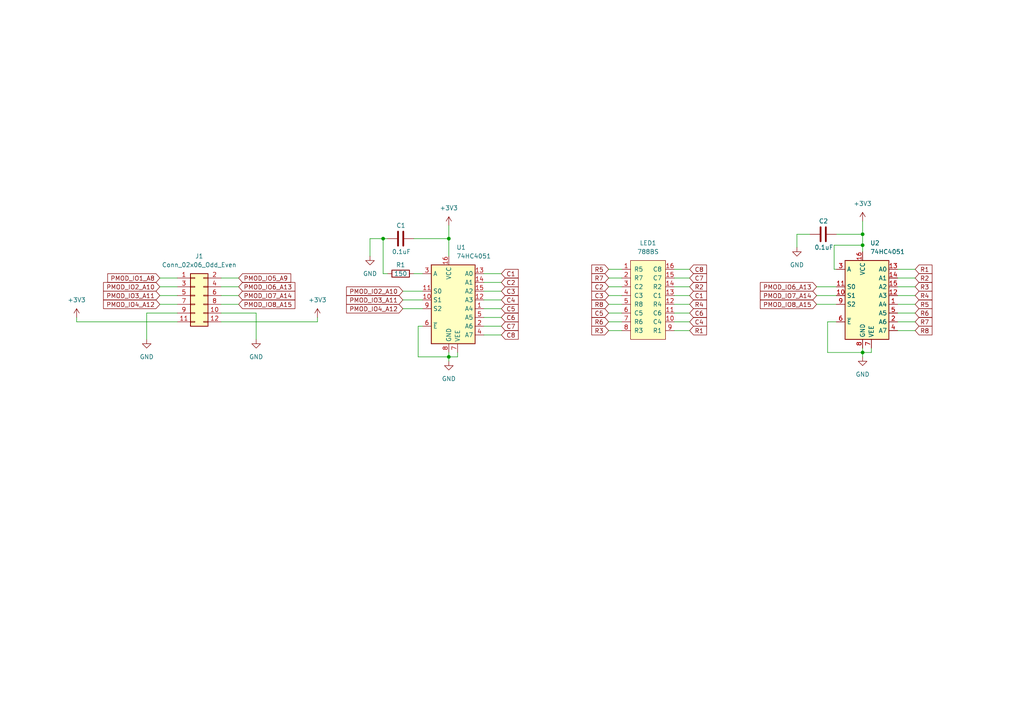
<source format=kicad_sch>
(kicad_sch
	(version 20231120)
	(generator "eeschema")
	(generator_version "8.0")
	(uuid "c400bb97-ffb0-4694-820d-bc9f66f24a34")
	(paper "A4")
	(title_block
		(title "LightBright-80")
		(date "2024-11-02")
	)
	(lib_symbols
		(symbol "74xx:74HC4051"
			(exclude_from_sim no)
			(in_bom yes)
			(on_board yes)
			(property "Reference" "U"
				(at -5.08 11.43 0)
				(effects
					(font
						(size 1.27 1.27)
					)
				)
			)
			(property "Value" "74HC4051"
				(at -7.62 -13.97 0)
				(effects
					(font
						(size 1.27 1.27)
					)
				)
			)
			(property "Footprint" ""
				(at 0 -10.16 0)
				(effects
					(font
						(size 1.27 1.27)
					)
					(hide yes)
				)
			)
			(property "Datasheet" "http://www.ti.com/lit/ds/symlink/cd74hc4051.pdf"
				(at 0 -10.16 0)
				(effects
					(font
						(size 1.27 1.27)
					)
					(hide yes)
				)
			)
			(property "Description" "8-channel analog multiplexer/demultiplexer, DIP-16/SOIC-16/TSSOP-16"
				(at 0 0 0)
				(effects
					(font
						(size 1.27 1.27)
					)
					(hide yes)
				)
			)
			(property "ki_keywords" "HCMOS Multiplexer Demultiplexer Analog"
				(at 0 0 0)
				(effects
					(font
						(size 1.27 1.27)
					)
					(hide yes)
				)
			)
			(property "ki_fp_filters" "DIP*W7.62mm* SOIC*3.9x9.9mm*P1.27mm* SOIC*5.3x10.2mm*P1.27mm* TSSOP*4.4x5mm*P0.65mm*"
				(at 0 0 0)
				(effects
					(font
						(size 1.27 1.27)
					)
					(hide yes)
				)
			)
			(symbol "74HC4051_0_1"
				(rectangle
					(start -5.08 10.16)
					(end 7.62 -12.7)
					(stroke
						(width 0.254)
						(type default)
					)
					(fill
						(type background)
					)
				)
			)
			(symbol "74HC4051_1_1"
				(pin passive line
					(at 10.16 -2.54 180)
					(length 2.54)
					(name "A4"
						(effects
							(font
								(size 1.27 1.27)
							)
						)
					)
					(number "1"
						(effects
							(font
								(size 1.27 1.27)
							)
						)
					)
				)
				(pin input line
					(at -7.62 0 0)
					(length 2.54)
					(name "S1"
						(effects
							(font
								(size 1.27 1.27)
							)
						)
					)
					(number "10"
						(effects
							(font
								(size 1.27 1.27)
							)
						)
					)
				)
				(pin input line
					(at -7.62 2.54 0)
					(length 2.54)
					(name "S0"
						(effects
							(font
								(size 1.27 1.27)
							)
						)
					)
					(number "11"
						(effects
							(font
								(size 1.27 1.27)
							)
						)
					)
				)
				(pin passive line
					(at 10.16 0 180)
					(length 2.54)
					(name "A3"
						(effects
							(font
								(size 1.27 1.27)
							)
						)
					)
					(number "12"
						(effects
							(font
								(size 1.27 1.27)
							)
						)
					)
				)
				(pin passive line
					(at 10.16 7.62 180)
					(length 2.54)
					(name "A0"
						(effects
							(font
								(size 1.27 1.27)
							)
						)
					)
					(number "13"
						(effects
							(font
								(size 1.27 1.27)
							)
						)
					)
				)
				(pin passive line
					(at 10.16 5.08 180)
					(length 2.54)
					(name "A1"
						(effects
							(font
								(size 1.27 1.27)
							)
						)
					)
					(number "14"
						(effects
							(font
								(size 1.27 1.27)
							)
						)
					)
				)
				(pin passive line
					(at 10.16 2.54 180)
					(length 2.54)
					(name "A2"
						(effects
							(font
								(size 1.27 1.27)
							)
						)
					)
					(number "15"
						(effects
							(font
								(size 1.27 1.27)
							)
						)
					)
				)
				(pin power_in line
					(at 0 12.7 270)
					(length 2.54)
					(name "VCC"
						(effects
							(font
								(size 1.27 1.27)
							)
						)
					)
					(number "16"
						(effects
							(font
								(size 1.27 1.27)
							)
						)
					)
				)
				(pin passive line
					(at 10.16 -7.62 180)
					(length 2.54)
					(name "A6"
						(effects
							(font
								(size 1.27 1.27)
							)
						)
					)
					(number "2"
						(effects
							(font
								(size 1.27 1.27)
							)
						)
					)
				)
				(pin passive line
					(at -7.62 7.62 0)
					(length 2.54)
					(name "A"
						(effects
							(font
								(size 1.27 1.27)
							)
						)
					)
					(number "3"
						(effects
							(font
								(size 1.27 1.27)
							)
						)
					)
				)
				(pin passive line
					(at 10.16 -10.16 180)
					(length 2.54)
					(name "A7"
						(effects
							(font
								(size 1.27 1.27)
							)
						)
					)
					(number "4"
						(effects
							(font
								(size 1.27 1.27)
							)
						)
					)
				)
				(pin passive line
					(at 10.16 -5.08 180)
					(length 2.54)
					(name "A5"
						(effects
							(font
								(size 1.27 1.27)
							)
						)
					)
					(number "5"
						(effects
							(font
								(size 1.27 1.27)
							)
						)
					)
				)
				(pin input line
					(at -7.62 -7.62 0)
					(length 2.54)
					(name "~{E}"
						(effects
							(font
								(size 1.27 1.27)
							)
						)
					)
					(number "6"
						(effects
							(font
								(size 1.27 1.27)
							)
						)
					)
				)
				(pin power_in line
					(at 2.54 -15.24 90)
					(length 2.54)
					(name "VEE"
						(effects
							(font
								(size 1.27 1.27)
							)
						)
					)
					(number "7"
						(effects
							(font
								(size 1.27 1.27)
							)
						)
					)
				)
				(pin power_in line
					(at 0 -15.24 90)
					(length 2.54)
					(name "GND"
						(effects
							(font
								(size 1.27 1.27)
							)
						)
					)
					(number "8"
						(effects
							(font
								(size 1.27 1.27)
							)
						)
					)
				)
				(pin input line
					(at -7.62 -2.54 0)
					(length 2.54)
					(name "S2"
						(effects
							(font
								(size 1.27 1.27)
							)
						)
					)
					(number "9"
						(effects
							(font
								(size 1.27 1.27)
							)
						)
					)
				)
			)
		)
		(symbol "788BS:788BS"
			(pin_names
				(offset 1.016)
			)
			(exclude_from_sim no)
			(in_bom yes)
			(on_board yes)
			(property "Reference" "LED"
				(at 0 16.51 0)
				(effects
					(font
						(size 1.27 1.27)
					)
				)
			)
			(property "Value" "788BS"
				(at 0 13.97 0)
				(effects
					(font
						(size 1.27 1.27)
					)
				)
			)
			(property "Footprint" ""
				(at -2.54 0 0)
				(effects
					(font
						(size 1.27 1.27)
					)
					(hide yes)
				)
			)
			(property "Datasheet" ""
				(at -2.54 0 0)
				(effects
					(font
						(size 1.27 1.27)
					)
					(hide yes)
				)
			)
			(property "Description" ""
				(at 0 0 0)
				(effects
					(font
						(size 1.27 1.27)
					)
					(hide yes)
				)
			)
			(property "ki_fp_filters" "788BS"
				(at 0 0 0)
				(effects
					(font
						(size 1.27 1.27)
					)
					(hide yes)
				)
			)
			(symbol "788BS_0_1"
				(rectangle
					(start -5.08 11.43)
					(end 5.08 -11.43)
					(stroke
						(width 0)
						(type solid)
					)
					(fill
						(type background)
					)
				)
			)
			(symbol "788BS_1_1"
				(pin input line
					(at -7.62 8.89 0)
					(length 2.54)
					(name "R5"
						(effects
							(font
								(size 1.27 1.27)
							)
						)
					)
					(number "1"
						(effects
							(font
								(size 1.27 1.27)
							)
						)
					)
				)
				(pin input line
					(at 7.62 -6.35 180)
					(length 2.54)
					(name "C4"
						(effects
							(font
								(size 1.27 1.27)
							)
						)
					)
					(number "10"
						(effects
							(font
								(size 1.27 1.27)
							)
						)
					)
				)
				(pin input line
					(at 7.62 -3.81 180)
					(length 2.54)
					(name "C6"
						(effects
							(font
								(size 1.27 1.27)
							)
						)
					)
					(number "11"
						(effects
							(font
								(size 1.27 1.27)
							)
						)
					)
				)
				(pin input line
					(at 7.62 -1.27 180)
					(length 2.54)
					(name "R4"
						(effects
							(font
								(size 1.27 1.27)
							)
						)
					)
					(number "12"
						(effects
							(font
								(size 1.27 1.27)
							)
						)
					)
				)
				(pin input line
					(at 7.62 1.27 180)
					(length 2.54)
					(name "C1"
						(effects
							(font
								(size 1.27 1.27)
							)
						)
					)
					(number "13"
						(effects
							(font
								(size 1.27 1.27)
							)
						)
					)
				)
				(pin input line
					(at 7.62 3.81 180)
					(length 2.54)
					(name "R2"
						(effects
							(font
								(size 1.27 1.27)
							)
						)
					)
					(number "14"
						(effects
							(font
								(size 1.27 1.27)
							)
						)
					)
				)
				(pin input line
					(at 7.62 6.35 180)
					(length 2.54)
					(name "C7"
						(effects
							(font
								(size 1.27 1.27)
							)
						)
					)
					(number "15"
						(effects
							(font
								(size 1.27 1.27)
							)
						)
					)
				)
				(pin input line
					(at 7.62 8.89 180)
					(length 2.54)
					(name "C8"
						(effects
							(font
								(size 1.27 1.27)
							)
						)
					)
					(number "16"
						(effects
							(font
								(size 1.27 1.27)
							)
						)
					)
				)
				(pin input line
					(at -7.62 6.35 0)
					(length 2.54)
					(name "R7"
						(effects
							(font
								(size 1.27 1.27)
							)
						)
					)
					(number "2"
						(effects
							(font
								(size 1.27 1.27)
							)
						)
					)
				)
				(pin input line
					(at -7.62 3.81 0)
					(length 2.54)
					(name "C2"
						(effects
							(font
								(size 1.27 1.27)
							)
						)
					)
					(number "3"
						(effects
							(font
								(size 1.27 1.27)
							)
						)
					)
				)
				(pin input line
					(at -7.62 1.27 0)
					(length 2.54)
					(name "C3"
						(effects
							(font
								(size 1.27 1.27)
							)
						)
					)
					(number "4"
						(effects
							(font
								(size 1.27 1.27)
							)
						)
					)
				)
				(pin input line
					(at -7.62 -1.27 0)
					(length 2.54)
					(name "R8"
						(effects
							(font
								(size 1.27 1.27)
							)
						)
					)
					(number "5"
						(effects
							(font
								(size 1.27 1.27)
							)
						)
					)
				)
				(pin input line
					(at -7.62 -3.81 0)
					(length 2.54)
					(name "C5"
						(effects
							(font
								(size 1.27 1.27)
							)
						)
					)
					(number "6"
						(effects
							(font
								(size 1.27 1.27)
							)
						)
					)
				)
				(pin input line
					(at -7.62 -6.35 0)
					(length 2.54)
					(name "R6"
						(effects
							(font
								(size 1.27 1.27)
							)
						)
					)
					(number "7"
						(effects
							(font
								(size 1.27 1.27)
							)
						)
					)
				)
				(pin input line
					(at -7.62 -8.89 0)
					(length 2.54)
					(name "R3"
						(effects
							(font
								(size 1.27 1.27)
							)
						)
					)
					(number "8"
						(effects
							(font
								(size 1.27 1.27)
							)
						)
					)
				)
				(pin input line
					(at 7.62 -8.89 180)
					(length 2.54)
					(name "R1"
						(effects
							(font
								(size 1.27 1.27)
							)
						)
					)
					(number "9"
						(effects
							(font
								(size 1.27 1.27)
							)
						)
					)
				)
			)
		)
		(symbol "Connector_Generic:Conn_02x06_Odd_Even"
			(pin_names
				(offset 1.016) hide)
			(exclude_from_sim no)
			(in_bom yes)
			(on_board yes)
			(property "Reference" "J"
				(at 1.27 7.62 0)
				(effects
					(font
						(size 1.27 1.27)
					)
				)
			)
			(property "Value" "Conn_02x06_Odd_Even"
				(at 1.27 -10.16 0)
				(effects
					(font
						(size 1.27 1.27)
					)
				)
			)
			(property "Footprint" ""
				(at 0 0 0)
				(effects
					(font
						(size 1.27 1.27)
					)
					(hide yes)
				)
			)
			(property "Datasheet" "~"
				(at 0 0 0)
				(effects
					(font
						(size 1.27 1.27)
					)
					(hide yes)
				)
			)
			(property "Description" "Generic connector, double row, 02x06, odd/even pin numbering scheme (row 1 odd numbers, row 2 even numbers), script generated (kicad-library-utils/schlib/autogen/connector/)"
				(at 0 0 0)
				(effects
					(font
						(size 1.27 1.27)
					)
					(hide yes)
				)
			)
			(property "ki_keywords" "connector"
				(at 0 0 0)
				(effects
					(font
						(size 1.27 1.27)
					)
					(hide yes)
				)
			)
			(property "ki_fp_filters" "Connector*:*_2x??_*"
				(at 0 0 0)
				(effects
					(font
						(size 1.27 1.27)
					)
					(hide yes)
				)
			)
			(symbol "Conn_02x06_Odd_Even_1_1"
				(rectangle
					(start -1.27 -7.493)
					(end 0 -7.747)
					(stroke
						(width 0.1524)
						(type default)
					)
					(fill
						(type none)
					)
				)
				(rectangle
					(start -1.27 -4.953)
					(end 0 -5.207)
					(stroke
						(width 0.1524)
						(type default)
					)
					(fill
						(type none)
					)
				)
				(rectangle
					(start -1.27 -2.413)
					(end 0 -2.667)
					(stroke
						(width 0.1524)
						(type default)
					)
					(fill
						(type none)
					)
				)
				(rectangle
					(start -1.27 0.127)
					(end 0 -0.127)
					(stroke
						(width 0.1524)
						(type default)
					)
					(fill
						(type none)
					)
				)
				(rectangle
					(start -1.27 2.667)
					(end 0 2.413)
					(stroke
						(width 0.1524)
						(type default)
					)
					(fill
						(type none)
					)
				)
				(rectangle
					(start -1.27 5.207)
					(end 0 4.953)
					(stroke
						(width 0.1524)
						(type default)
					)
					(fill
						(type none)
					)
				)
				(rectangle
					(start -1.27 6.35)
					(end 3.81 -8.89)
					(stroke
						(width 0.254)
						(type default)
					)
					(fill
						(type background)
					)
				)
				(rectangle
					(start 3.81 -7.493)
					(end 2.54 -7.747)
					(stroke
						(width 0.1524)
						(type default)
					)
					(fill
						(type none)
					)
				)
				(rectangle
					(start 3.81 -4.953)
					(end 2.54 -5.207)
					(stroke
						(width 0.1524)
						(type default)
					)
					(fill
						(type none)
					)
				)
				(rectangle
					(start 3.81 -2.413)
					(end 2.54 -2.667)
					(stroke
						(width 0.1524)
						(type default)
					)
					(fill
						(type none)
					)
				)
				(rectangle
					(start 3.81 0.127)
					(end 2.54 -0.127)
					(stroke
						(width 0.1524)
						(type default)
					)
					(fill
						(type none)
					)
				)
				(rectangle
					(start 3.81 2.667)
					(end 2.54 2.413)
					(stroke
						(width 0.1524)
						(type default)
					)
					(fill
						(type none)
					)
				)
				(rectangle
					(start 3.81 5.207)
					(end 2.54 4.953)
					(stroke
						(width 0.1524)
						(type default)
					)
					(fill
						(type none)
					)
				)
				(pin passive line
					(at -5.08 5.08 0)
					(length 3.81)
					(name "Pin_1"
						(effects
							(font
								(size 1.27 1.27)
							)
						)
					)
					(number "1"
						(effects
							(font
								(size 1.27 1.27)
							)
						)
					)
				)
				(pin passive line
					(at 7.62 -5.08 180)
					(length 3.81)
					(name "Pin_10"
						(effects
							(font
								(size 1.27 1.27)
							)
						)
					)
					(number "10"
						(effects
							(font
								(size 1.27 1.27)
							)
						)
					)
				)
				(pin passive line
					(at -5.08 -7.62 0)
					(length 3.81)
					(name "Pin_11"
						(effects
							(font
								(size 1.27 1.27)
							)
						)
					)
					(number "11"
						(effects
							(font
								(size 1.27 1.27)
							)
						)
					)
				)
				(pin passive line
					(at 7.62 -7.62 180)
					(length 3.81)
					(name "Pin_12"
						(effects
							(font
								(size 1.27 1.27)
							)
						)
					)
					(number "12"
						(effects
							(font
								(size 1.27 1.27)
							)
						)
					)
				)
				(pin passive line
					(at 7.62 5.08 180)
					(length 3.81)
					(name "Pin_2"
						(effects
							(font
								(size 1.27 1.27)
							)
						)
					)
					(number "2"
						(effects
							(font
								(size 1.27 1.27)
							)
						)
					)
				)
				(pin passive line
					(at -5.08 2.54 0)
					(length 3.81)
					(name "Pin_3"
						(effects
							(font
								(size 1.27 1.27)
							)
						)
					)
					(number "3"
						(effects
							(font
								(size 1.27 1.27)
							)
						)
					)
				)
				(pin passive line
					(at 7.62 2.54 180)
					(length 3.81)
					(name "Pin_4"
						(effects
							(font
								(size 1.27 1.27)
							)
						)
					)
					(number "4"
						(effects
							(font
								(size 1.27 1.27)
							)
						)
					)
				)
				(pin passive line
					(at -5.08 0 0)
					(length 3.81)
					(name "Pin_5"
						(effects
							(font
								(size 1.27 1.27)
							)
						)
					)
					(number "5"
						(effects
							(font
								(size 1.27 1.27)
							)
						)
					)
				)
				(pin passive line
					(at 7.62 0 180)
					(length 3.81)
					(name "Pin_6"
						(effects
							(font
								(size 1.27 1.27)
							)
						)
					)
					(number "6"
						(effects
							(font
								(size 1.27 1.27)
							)
						)
					)
				)
				(pin passive line
					(at -5.08 -2.54 0)
					(length 3.81)
					(name "Pin_7"
						(effects
							(font
								(size 1.27 1.27)
							)
						)
					)
					(number "7"
						(effects
							(font
								(size 1.27 1.27)
							)
						)
					)
				)
				(pin passive line
					(at 7.62 -2.54 180)
					(length 3.81)
					(name "Pin_8"
						(effects
							(font
								(size 1.27 1.27)
							)
						)
					)
					(number "8"
						(effects
							(font
								(size 1.27 1.27)
							)
						)
					)
				)
				(pin passive line
					(at -5.08 -5.08 0)
					(length 3.81)
					(name "Pin_9"
						(effects
							(font
								(size 1.27 1.27)
							)
						)
					)
					(number "9"
						(effects
							(font
								(size 1.27 1.27)
							)
						)
					)
				)
			)
		)
		(symbol "Device:C"
			(pin_numbers hide)
			(pin_names
				(offset 0.254)
			)
			(exclude_from_sim no)
			(in_bom yes)
			(on_board yes)
			(property "Reference" "C"
				(at 0.635 2.54 0)
				(effects
					(font
						(size 1.27 1.27)
					)
					(justify left)
				)
			)
			(property "Value" "C"
				(at 0.635 -2.54 0)
				(effects
					(font
						(size 1.27 1.27)
					)
					(justify left)
				)
			)
			(property "Footprint" ""
				(at 0.9652 -3.81 0)
				(effects
					(font
						(size 1.27 1.27)
					)
					(hide yes)
				)
			)
			(property "Datasheet" "~"
				(at 0 0 0)
				(effects
					(font
						(size 1.27 1.27)
					)
					(hide yes)
				)
			)
			(property "Description" "Unpolarized capacitor"
				(at 0 0 0)
				(effects
					(font
						(size 1.27 1.27)
					)
					(hide yes)
				)
			)
			(property "ki_keywords" "cap capacitor"
				(at 0 0 0)
				(effects
					(font
						(size 1.27 1.27)
					)
					(hide yes)
				)
			)
			(property "ki_fp_filters" "C_*"
				(at 0 0 0)
				(effects
					(font
						(size 1.27 1.27)
					)
					(hide yes)
				)
			)
			(symbol "C_0_1"
				(polyline
					(pts
						(xy -2.032 -0.762) (xy 2.032 -0.762)
					)
					(stroke
						(width 0.508)
						(type default)
					)
					(fill
						(type none)
					)
				)
				(polyline
					(pts
						(xy -2.032 0.762) (xy 2.032 0.762)
					)
					(stroke
						(width 0.508)
						(type default)
					)
					(fill
						(type none)
					)
				)
			)
			(symbol "C_1_1"
				(pin passive line
					(at 0 3.81 270)
					(length 2.794)
					(name "~"
						(effects
							(font
								(size 1.27 1.27)
							)
						)
					)
					(number "1"
						(effects
							(font
								(size 1.27 1.27)
							)
						)
					)
				)
				(pin passive line
					(at 0 -3.81 90)
					(length 2.794)
					(name "~"
						(effects
							(font
								(size 1.27 1.27)
							)
						)
					)
					(number "2"
						(effects
							(font
								(size 1.27 1.27)
							)
						)
					)
				)
			)
		)
		(symbol "Device:R"
			(pin_numbers hide)
			(pin_names
				(offset 0)
			)
			(exclude_from_sim no)
			(in_bom yes)
			(on_board yes)
			(property "Reference" "R"
				(at 2.032 0 90)
				(effects
					(font
						(size 1.27 1.27)
					)
				)
			)
			(property "Value" "R"
				(at 0 0 90)
				(effects
					(font
						(size 1.27 1.27)
					)
				)
			)
			(property "Footprint" ""
				(at -1.778 0 90)
				(effects
					(font
						(size 1.27 1.27)
					)
					(hide yes)
				)
			)
			(property "Datasheet" "~"
				(at 0 0 0)
				(effects
					(font
						(size 1.27 1.27)
					)
					(hide yes)
				)
			)
			(property "Description" "Resistor"
				(at 0 0 0)
				(effects
					(font
						(size 1.27 1.27)
					)
					(hide yes)
				)
			)
			(property "ki_keywords" "R res resistor"
				(at 0 0 0)
				(effects
					(font
						(size 1.27 1.27)
					)
					(hide yes)
				)
			)
			(property "ki_fp_filters" "R_*"
				(at 0 0 0)
				(effects
					(font
						(size 1.27 1.27)
					)
					(hide yes)
				)
			)
			(symbol "R_0_1"
				(rectangle
					(start -1.016 -2.54)
					(end 1.016 2.54)
					(stroke
						(width 0.254)
						(type default)
					)
					(fill
						(type none)
					)
				)
			)
			(symbol "R_1_1"
				(pin passive line
					(at 0 3.81 270)
					(length 1.27)
					(name "~"
						(effects
							(font
								(size 1.27 1.27)
							)
						)
					)
					(number "1"
						(effects
							(font
								(size 1.27 1.27)
							)
						)
					)
				)
				(pin passive line
					(at 0 -3.81 90)
					(length 1.27)
					(name "~"
						(effects
							(font
								(size 1.27 1.27)
							)
						)
					)
					(number "2"
						(effects
							(font
								(size 1.27 1.27)
							)
						)
					)
				)
			)
		)
		(symbol "GND_1"
			(power)
			(pin_names
				(offset 0)
			)
			(exclude_from_sim no)
			(in_bom yes)
			(on_board yes)
			(property "Reference" "#PWR"
				(at 0 -6.35 0)
				(effects
					(font
						(size 1.27 1.27)
					)
					(hide yes)
				)
			)
			(property "Value" "GND_1"
				(at 0 -3.81 0)
				(effects
					(font
						(size 1.27 1.27)
					)
				)
			)
			(property "Footprint" ""
				(at 0 0 0)
				(effects
					(font
						(size 1.27 1.27)
					)
					(hide yes)
				)
			)
			(property "Datasheet" ""
				(at 0 0 0)
				(effects
					(font
						(size 1.27 1.27)
					)
					(hide yes)
				)
			)
			(property "Description" "Power symbol creates a global label with name \"GND\" , ground"
				(at 0 0 0)
				(effects
					(font
						(size 1.27 1.27)
					)
					(hide yes)
				)
			)
			(property "ki_keywords" "global power"
				(at 0 0 0)
				(effects
					(font
						(size 1.27 1.27)
					)
					(hide yes)
				)
			)
			(symbol "GND_1_0_1"
				(polyline
					(pts
						(xy 0 0) (xy 0 -1.27) (xy 1.27 -1.27) (xy 0 -2.54) (xy -1.27 -1.27) (xy 0 -1.27)
					)
					(stroke
						(width 0)
						(type default)
					)
					(fill
						(type none)
					)
				)
			)
			(symbol "GND_1_1_1"
				(pin power_in line
					(at 0 0 270)
					(length 0) hide
					(name "GND"
						(effects
							(font
								(size 1.27 1.27)
							)
						)
					)
					(number "1"
						(effects
							(font
								(size 1.27 1.27)
							)
						)
					)
				)
			)
		)
		(symbol "GND_2"
			(power)
			(pin_names
				(offset 0)
			)
			(exclude_from_sim no)
			(in_bom yes)
			(on_board yes)
			(property "Reference" "#PWR"
				(at 0 -6.35 0)
				(effects
					(font
						(size 1.27 1.27)
					)
					(hide yes)
				)
			)
			(property "Value" "GND_2"
				(at 0 -3.81 0)
				(effects
					(font
						(size 1.27 1.27)
					)
				)
			)
			(property "Footprint" ""
				(at 0 0 0)
				(effects
					(font
						(size 1.27 1.27)
					)
					(hide yes)
				)
			)
			(property "Datasheet" ""
				(at 0 0 0)
				(effects
					(font
						(size 1.27 1.27)
					)
					(hide yes)
				)
			)
			(property "Description" "Power symbol creates a global label with name \"GND\" , ground"
				(at 0 0 0)
				(effects
					(font
						(size 1.27 1.27)
					)
					(hide yes)
				)
			)
			(property "ki_keywords" "global power"
				(at 0 0 0)
				(effects
					(font
						(size 1.27 1.27)
					)
					(hide yes)
				)
			)
			(symbol "GND_2_0_1"
				(polyline
					(pts
						(xy 0 0) (xy 0 -1.27) (xy 1.27 -1.27) (xy 0 -2.54) (xy -1.27 -1.27) (xy 0 -1.27)
					)
					(stroke
						(width 0)
						(type default)
					)
					(fill
						(type none)
					)
				)
			)
			(symbol "GND_2_1_1"
				(pin power_in line
					(at 0 0 270)
					(length 0) hide
					(name "GND"
						(effects
							(font
								(size 1.27 1.27)
							)
						)
					)
					(number "1"
						(effects
							(font
								(size 1.27 1.27)
							)
						)
					)
				)
			)
		)
		(symbol "power:+3V3"
			(power)
			(pin_names
				(offset 0)
			)
			(exclude_from_sim no)
			(in_bom yes)
			(on_board yes)
			(property "Reference" "#PWR"
				(at 0 -3.81 0)
				(effects
					(font
						(size 1.27 1.27)
					)
					(hide yes)
				)
			)
			(property "Value" "+3V3"
				(at 0 3.556 0)
				(effects
					(font
						(size 1.27 1.27)
					)
				)
			)
			(property "Footprint" ""
				(at 0 0 0)
				(effects
					(font
						(size 1.27 1.27)
					)
					(hide yes)
				)
			)
			(property "Datasheet" ""
				(at 0 0 0)
				(effects
					(font
						(size 1.27 1.27)
					)
					(hide yes)
				)
			)
			(property "Description" "Power symbol creates a global label with name \"+3V3\""
				(at 0 0 0)
				(effects
					(font
						(size 1.27 1.27)
					)
					(hide yes)
				)
			)
			(property "ki_keywords" "power-flag"
				(at 0 0 0)
				(effects
					(font
						(size 1.27 1.27)
					)
					(hide yes)
				)
			)
			(symbol "+3V3_0_1"
				(polyline
					(pts
						(xy -0.762 1.27) (xy 0 2.54)
					)
					(stroke
						(width 0)
						(type default)
					)
					(fill
						(type none)
					)
				)
				(polyline
					(pts
						(xy 0 0) (xy 0 2.54)
					)
					(stroke
						(width 0)
						(type default)
					)
					(fill
						(type none)
					)
				)
				(polyline
					(pts
						(xy 0 2.54) (xy 0.762 1.27)
					)
					(stroke
						(width 0)
						(type default)
					)
					(fill
						(type none)
					)
				)
			)
			(symbol "+3V3_1_1"
				(pin power_in line
					(at 0 0 90)
					(length 0) hide
					(name "+3V3"
						(effects
							(font
								(size 1.27 1.27)
							)
						)
					)
					(number "1"
						(effects
							(font
								(size 1.27 1.27)
							)
						)
					)
				)
			)
		)
		(symbol "power:GND"
			(power)
			(pin_names
				(offset 0)
			)
			(exclude_from_sim no)
			(in_bom yes)
			(on_board yes)
			(property "Reference" "#PWR"
				(at 0 -6.35 0)
				(effects
					(font
						(size 1.27 1.27)
					)
					(hide yes)
				)
			)
			(property "Value" "GND"
				(at 0 -3.81 0)
				(effects
					(font
						(size 1.27 1.27)
					)
				)
			)
			(property "Footprint" ""
				(at 0 0 0)
				(effects
					(font
						(size 1.27 1.27)
					)
					(hide yes)
				)
			)
			(property "Datasheet" ""
				(at 0 0 0)
				(effects
					(font
						(size 1.27 1.27)
					)
					(hide yes)
				)
			)
			(property "Description" "Power symbol creates a global label with name \"GND\" , ground"
				(at 0 0 0)
				(effects
					(font
						(size 1.27 1.27)
					)
					(hide yes)
				)
			)
			(property "ki_keywords" "global power"
				(at 0 0 0)
				(effects
					(font
						(size 1.27 1.27)
					)
					(hide yes)
				)
			)
			(symbol "GND_0_1"
				(polyline
					(pts
						(xy 0 0) (xy 0 -1.27) (xy 1.27 -1.27) (xy 0 -2.54) (xy -1.27 -1.27) (xy 0 -1.27)
					)
					(stroke
						(width 0)
						(type default)
					)
					(fill
						(type none)
					)
				)
			)
			(symbol "GND_1_1"
				(pin power_in line
					(at 0 0 270)
					(length 0) hide
					(name "GND"
						(effects
							(font
								(size 1.27 1.27)
							)
						)
					)
					(number "1"
						(effects
							(font
								(size 1.27 1.27)
							)
						)
					)
				)
			)
		)
	)
	(junction
		(at 250.19 67.945)
		(diameter 0)
		(color 0 0 0 0)
		(uuid "63973339-084b-46d4-b020-830b70f6eeee")
	)
	(junction
		(at 130.175 69.215)
		(diameter 0)
		(color 0 0 0 0)
		(uuid "695d1f3f-5f12-4569-97b6-4cfe1a42b5cb")
	)
	(junction
		(at 111.125 69.215)
		(diameter 0)
		(color 0 0 0 0)
		(uuid "6c051d0d-9553-47e3-9ae4-2cb014c06d7d")
	)
	(junction
		(at 250.19 102.235)
		(diameter 0)
		(color 0 0 0 0)
		(uuid "844451d1-01ef-4082-ac94-c38923085ed6")
	)
	(junction
		(at 250.19 71.12)
		(diameter 0)
		(color 0 0 0 0)
		(uuid "ade0977e-ff42-43eb-bdb8-b0ff84383c78")
	)
	(junction
		(at 130.175 103.505)
		(diameter 0)
		(color 0 0 0 0)
		(uuid "c0747f60-eea4-4256-a11a-f9a3d584133c")
	)
	(wire
		(pts
			(xy 42.545 90.805) (xy 42.545 98.425)
		)
		(stroke
			(width 0)
			(type default)
		)
		(uuid "003985e0-7925-4661-9c60-a11fd6f6e882")
	)
	(wire
		(pts
			(xy 46.355 85.725) (xy 51.435 85.725)
		)
		(stroke
			(width 0)
			(type default)
		)
		(uuid "0915ea6d-8c52-485f-b101-a07e69117350")
	)
	(wire
		(pts
			(xy 236.855 88.265) (xy 242.57 88.265)
		)
		(stroke
			(width 0)
			(type default)
		)
		(uuid "0adfc7eb-346c-4037-9b91-95a1c81fc2e6")
	)
	(wire
		(pts
			(xy 250.19 100.965) (xy 250.19 102.235)
		)
		(stroke
			(width 0)
			(type default)
		)
		(uuid "0b656e07-8f81-448e-b4e8-a18d724c9251")
	)
	(wire
		(pts
			(xy 140.335 89.535) (xy 145.415 89.535)
		)
		(stroke
			(width 0)
			(type default)
		)
		(uuid "0cc58764-5a2f-4d15-a39e-40f5a29b36b2")
	)
	(wire
		(pts
			(xy 242.57 93.345) (xy 240.03 93.345)
		)
		(stroke
			(width 0)
			(type default)
		)
		(uuid "10066671-d483-4f6a-8910-9f086a55d853")
	)
	(wire
		(pts
			(xy 252.73 102.235) (xy 250.19 102.235)
		)
		(stroke
			(width 0)
			(type default)
		)
		(uuid "10890ed7-f9b6-4e89-b673-8a1908805712")
	)
	(wire
		(pts
			(xy 176.53 95.885) (xy 180.34 95.885)
		)
		(stroke
			(width 0)
			(type default)
		)
		(uuid "124bec8e-b022-401d-b065-0e06fe2a6531")
	)
	(wire
		(pts
			(xy 260.35 80.645) (xy 265.43 80.645)
		)
		(stroke
			(width 0)
			(type default)
		)
		(uuid "12a13716-7ddf-41ba-a867-4c2223783528")
	)
	(wire
		(pts
			(xy 132.715 102.235) (xy 132.715 103.505)
		)
		(stroke
			(width 0)
			(type default)
		)
		(uuid "1417eae4-fd2c-4ef6-bf0a-e5954c2eff32")
	)
	(wire
		(pts
			(xy 51.435 90.805) (xy 42.545 90.805)
		)
		(stroke
			(width 0)
			(type default)
		)
		(uuid "1cac7b5a-d6dd-48a6-9512-3bc31757f0df")
	)
	(wire
		(pts
			(xy 140.335 94.615) (xy 145.415 94.615)
		)
		(stroke
			(width 0)
			(type default)
		)
		(uuid "1d750444-7960-4991-8830-e82332ca2112")
	)
	(wire
		(pts
			(xy 116.84 86.995) (xy 122.555 86.995)
		)
		(stroke
			(width 0)
			(type default)
		)
		(uuid "20208ff5-1749-4ccd-a6b0-9993632f945b")
	)
	(wire
		(pts
			(xy 120.015 69.215) (xy 130.175 69.215)
		)
		(stroke
			(width 0)
			(type default)
		)
		(uuid "20597ca1-1425-41e5-bdef-b225e332b6b1")
	)
	(wire
		(pts
			(xy 195.58 78.105) (xy 200.025 78.105)
		)
		(stroke
			(width 0)
			(type default)
		)
		(uuid "20d2fd19-19b2-4433-abbc-9e289fe19d96")
	)
	(wire
		(pts
			(xy 231.14 67.945) (xy 231.14 71.755)
		)
		(stroke
			(width 0)
			(type default)
		)
		(uuid "25856db5-2d20-41b2-b83d-3b525f844f43")
	)
	(wire
		(pts
			(xy 22.225 93.345) (xy 22.225 92.075)
		)
		(stroke
			(width 0)
			(type default)
		)
		(uuid "268ac131-39dc-4fd7-8bcd-de556013f8fa")
	)
	(wire
		(pts
			(xy 234.95 67.945) (xy 231.14 67.945)
		)
		(stroke
			(width 0)
			(type default)
		)
		(uuid "29f3476a-3fef-43c8-ad17-ec97841dcc28")
	)
	(wire
		(pts
			(xy 195.58 93.345) (xy 200.025 93.345)
		)
		(stroke
			(width 0)
			(type default)
		)
		(uuid "2e7dff2e-abb6-4eff-994d-bf822a8a4595")
	)
	(wire
		(pts
			(xy 195.58 80.645) (xy 200.025 80.645)
		)
		(stroke
			(width 0)
			(type default)
		)
		(uuid "2ec36836-c02d-4d99-a012-aec62d118baf")
	)
	(wire
		(pts
			(xy 252.73 100.965) (xy 252.73 102.235)
		)
		(stroke
			(width 0)
			(type default)
		)
		(uuid "2f8d3d16-fae3-4bea-a711-972a0183cd91")
	)
	(wire
		(pts
			(xy 64.135 80.645) (xy 69.215 80.645)
		)
		(stroke
			(width 0)
			(type default)
		)
		(uuid "30628938-275a-4bdc-9d27-bbe449d37647")
	)
	(wire
		(pts
			(xy 260.35 83.185) (xy 265.43 83.185)
		)
		(stroke
			(width 0)
			(type default)
		)
		(uuid "32f60d05-f3fb-471a-8a1f-223a30069e3b")
	)
	(wire
		(pts
			(xy 195.58 88.265) (xy 200.025 88.265)
		)
		(stroke
			(width 0)
			(type default)
		)
		(uuid "3d0d095a-3a75-439e-b85d-f244e28dd2a9")
	)
	(wire
		(pts
			(xy 92.075 93.345) (xy 92.075 92.075)
		)
		(stroke
			(width 0)
			(type default)
		)
		(uuid "48f7e7d9-a5ca-4957-9bc4-8d3dbcdcb6ff")
	)
	(wire
		(pts
			(xy 130.175 103.505) (xy 130.175 104.775)
		)
		(stroke
			(width 0)
			(type default)
		)
		(uuid "4bc922f0-f1ec-4ee6-b19a-73062d542ec5")
	)
	(wire
		(pts
			(xy 121.285 103.505) (xy 130.175 103.505)
		)
		(stroke
			(width 0)
			(type default)
		)
		(uuid "5053c19c-c6b0-4c24-8ca8-8d9352bbe3e3")
	)
	(wire
		(pts
			(xy 74.295 90.805) (xy 74.295 98.425)
		)
		(stroke
			(width 0)
			(type default)
		)
		(uuid "53beb571-b15a-48e3-8c7c-3155a295f51c")
	)
	(wire
		(pts
			(xy 140.335 86.995) (xy 145.415 86.995)
		)
		(stroke
			(width 0)
			(type default)
		)
		(uuid "5d898335-85a8-4b3e-8dd4-833d1655598b")
	)
	(wire
		(pts
			(xy 116.84 84.455) (xy 122.555 84.455)
		)
		(stroke
			(width 0)
			(type default)
		)
		(uuid "5de87f93-3fc8-4ab9-8139-4f28a36deafb")
	)
	(wire
		(pts
			(xy 130.175 65.405) (xy 130.175 69.215)
		)
		(stroke
			(width 0)
			(type default)
		)
		(uuid "60701822-224f-46b8-b6ae-a4077586d669")
	)
	(wire
		(pts
			(xy 122.555 94.615) (xy 121.285 94.615)
		)
		(stroke
			(width 0)
			(type default)
		)
		(uuid "61c0c86e-89d2-422b-995b-a81815c2f6c8")
	)
	(wire
		(pts
			(xy 195.58 95.885) (xy 200.025 95.885)
		)
		(stroke
			(width 0)
			(type default)
		)
		(uuid "685178d7-1cf8-4234-9eaa-397c12695023")
	)
	(wire
		(pts
			(xy 22.225 93.345) (xy 51.435 93.345)
		)
		(stroke
			(width 0)
			(type default)
		)
		(uuid "6895477c-6da1-4c65-a7ee-1f9a48fb8283")
	)
	(wire
		(pts
			(xy 46.355 83.185) (xy 51.435 83.185)
		)
		(stroke
			(width 0)
			(type default)
		)
		(uuid "6af87537-0c08-43ec-b23a-948028e00ae7")
	)
	(wire
		(pts
			(xy 260.35 78.105) (xy 265.43 78.105)
		)
		(stroke
			(width 0)
			(type default)
		)
		(uuid "6d0f0d5a-05dd-4c3a-8fdd-a7f1314d3b3a")
	)
	(wire
		(pts
			(xy 240.03 93.345) (xy 240.03 102.235)
		)
		(stroke
			(width 0)
			(type default)
		)
		(uuid "74d49e6a-d3c9-4236-bd3a-7e42d899189c")
	)
	(wire
		(pts
			(xy 260.35 93.345) (xy 265.43 93.345)
		)
		(stroke
			(width 0)
			(type default)
		)
		(uuid "754ae3ea-82ad-4bac-81aa-ec995c3557c7")
	)
	(wire
		(pts
			(xy 236.855 83.185) (xy 242.57 83.185)
		)
		(stroke
			(width 0)
			(type default)
		)
		(uuid "7569936c-a443-4421-a792-403f357e181e")
	)
	(wire
		(pts
			(xy 111.125 69.215) (xy 107.315 69.215)
		)
		(stroke
			(width 0)
			(type default)
		)
		(uuid "8195fb08-d5a0-490a-83f6-78fe4835c393")
	)
	(wire
		(pts
			(xy 64.135 90.805) (xy 74.295 90.805)
		)
		(stroke
			(width 0)
			(type default)
		)
		(uuid "87353888-fdff-4d87-8b27-ff5ade03b49e")
	)
	(wire
		(pts
			(xy 46.355 88.265) (xy 51.435 88.265)
		)
		(stroke
			(width 0)
			(type default)
		)
		(uuid "890f2403-8ec1-4e68-8c65-f19ec5e47813")
	)
	(wire
		(pts
			(xy 176.53 80.645) (xy 180.34 80.645)
		)
		(stroke
			(width 0)
			(type default)
		)
		(uuid "8ae6adcd-d457-4243-9d6f-ae8b9598d4e9")
	)
	(wire
		(pts
			(xy 176.53 93.345) (xy 180.34 93.345)
		)
		(stroke
			(width 0)
			(type default)
		)
		(uuid "8cb369f4-ef1b-4df3-b0b2-1c3d8049b16b")
	)
	(wire
		(pts
			(xy 250.19 64.135) (xy 250.19 67.945)
		)
		(stroke
			(width 0)
			(type default)
		)
		(uuid "8ffb8747-0def-44a9-8a39-f7c991253c09")
	)
	(wire
		(pts
			(xy 260.35 95.885) (xy 265.43 95.885)
		)
		(stroke
			(width 0)
			(type default)
		)
		(uuid "927f2ae8-708a-48f5-a7c8-be6328eff652")
	)
	(wire
		(pts
			(xy 64.135 88.265) (xy 69.215 88.265)
		)
		(stroke
			(width 0)
			(type default)
		)
		(uuid "93ebee8d-0a3a-4eb7-9f38-870a52a6aebe")
	)
	(wire
		(pts
			(xy 64.135 85.725) (xy 69.215 85.725)
		)
		(stroke
			(width 0)
			(type default)
		)
		(uuid "94626954-9365-4889-8cd3-0bf1acdaae20")
	)
	(wire
		(pts
			(xy 116.84 89.535) (xy 122.555 89.535)
		)
		(stroke
			(width 0)
			(type default)
		)
		(uuid "948c9be0-d65c-4a18-982e-679f5d4dc031")
	)
	(wire
		(pts
			(xy 130.175 102.235) (xy 130.175 103.505)
		)
		(stroke
			(width 0)
			(type default)
		)
		(uuid "95485a41-0b49-481b-92ee-e63b4c16dd22")
	)
	(wire
		(pts
			(xy 241.935 78.105) (xy 241.935 71.12)
		)
		(stroke
			(width 0)
			(type default)
		)
		(uuid "9839eee0-011d-45ef-9ee0-5905a7328ff8")
	)
	(wire
		(pts
			(xy 130.175 69.215) (xy 130.175 74.295)
		)
		(stroke
			(width 0)
			(type default)
		)
		(uuid "984fa757-cbe0-40e6-822b-06de1e50680e")
	)
	(wire
		(pts
			(xy 240.03 102.235) (xy 250.19 102.235)
		)
		(stroke
			(width 0)
			(type default)
		)
		(uuid "998f47d4-360b-43fe-b3b4-d5f01eab389f")
	)
	(wire
		(pts
			(xy 242.57 78.105) (xy 241.935 78.105)
		)
		(stroke
			(width 0)
			(type default)
		)
		(uuid "9cbe27d7-1114-493a-82b9-a7ee3d1c89b5")
	)
	(wire
		(pts
			(xy 112.395 69.215) (xy 111.125 69.215)
		)
		(stroke
			(width 0)
			(type default)
		)
		(uuid "9ee1c695-9fa4-4af3-bb52-166a9c8a42d9")
	)
	(wire
		(pts
			(xy 64.135 83.185) (xy 69.215 83.185)
		)
		(stroke
			(width 0)
			(type default)
		)
		(uuid "a190f3e4-4b8e-414e-9920-2e1841118100")
	)
	(wire
		(pts
			(xy 140.335 84.455) (xy 145.415 84.455)
		)
		(stroke
			(width 0)
			(type default)
		)
		(uuid "a1f18e3c-49b3-444f-a52c-4d27d3d4131f")
	)
	(wire
		(pts
			(xy 250.19 71.12) (xy 250.19 73.025)
		)
		(stroke
			(width 0)
			(type default)
		)
		(uuid "a49a0460-c1a1-464f-9901-ecb82fefb5d3")
	)
	(wire
		(pts
			(xy 195.58 85.725) (xy 200.025 85.725)
		)
		(stroke
			(width 0)
			(type default)
		)
		(uuid "a719bf26-82f4-4e35-a486-fecb19b2d15b")
	)
	(wire
		(pts
			(xy 132.715 103.505) (xy 130.175 103.505)
		)
		(stroke
			(width 0)
			(type default)
		)
		(uuid "a998536a-c3bc-454f-9b18-143f2bd1ecc8")
	)
	(wire
		(pts
			(xy 140.335 97.155) (xy 145.415 97.155)
		)
		(stroke
			(width 0)
			(type default)
		)
		(uuid "abc9220c-d9f5-43fe-910d-8f0d9e4203da")
	)
	(wire
		(pts
			(xy 107.315 69.215) (xy 107.315 74.295)
		)
		(stroke
			(width 0)
			(type default)
		)
		(uuid "ac4fd630-1822-47de-a716-bbce683979c0")
	)
	(wire
		(pts
			(xy 111.125 79.375) (xy 111.125 69.215)
		)
		(stroke
			(width 0)
			(type default)
		)
		(uuid "ad808331-96ca-478c-a2ca-08b2a4fe7473")
	)
	(wire
		(pts
			(xy 112.395 79.375) (xy 111.125 79.375)
		)
		(stroke
			(width 0)
			(type default)
		)
		(uuid "b4d11542-55b9-4948-aa40-9be1bc4eed3a")
	)
	(wire
		(pts
			(xy 260.35 90.805) (xy 265.43 90.805)
		)
		(stroke
			(width 0)
			(type default)
		)
		(uuid "bf6e3480-93f0-43a5-819e-030102c44545")
	)
	(wire
		(pts
			(xy 120.015 79.375) (xy 122.555 79.375)
		)
		(stroke
			(width 0)
			(type default)
		)
		(uuid "c45023d5-58f0-4385-b607-cdb14184cc12")
	)
	(wire
		(pts
			(xy 195.58 90.805) (xy 200.025 90.805)
		)
		(stroke
			(width 0)
			(type default)
		)
		(uuid "c62d4257-742a-48ad-86a5-9f2aef831f1d")
	)
	(wire
		(pts
			(xy 121.285 94.615) (xy 121.285 103.505)
		)
		(stroke
			(width 0)
			(type default)
		)
		(uuid "c93bd27a-d884-4f1f-8081-e814f9123462")
	)
	(wire
		(pts
			(xy 260.35 85.725) (xy 265.43 85.725)
		)
		(stroke
			(width 0)
			(type default)
		)
		(uuid "cb718f9f-1dcc-4c9c-a8b6-15e23099f74a")
	)
	(wire
		(pts
			(xy 140.335 92.075) (xy 145.415 92.075)
		)
		(stroke
			(width 0)
			(type default)
		)
		(uuid "cf83b59e-63ba-4abe-b049-6da73615ffec")
	)
	(wire
		(pts
			(xy 260.35 88.265) (xy 265.43 88.265)
		)
		(stroke
			(width 0)
			(type default)
		)
		(uuid "d7b84349-73d5-4e89-a560-23fb26a6b22b")
	)
	(wire
		(pts
			(xy 46.355 80.645) (xy 51.435 80.645)
		)
		(stroke
			(width 0)
			(type default)
		)
		(uuid "dc6fbf06-9668-412b-b3e7-9efff0ba4699")
	)
	(wire
		(pts
			(xy 176.53 90.805) (xy 180.34 90.805)
		)
		(stroke
			(width 0)
			(type default)
		)
		(uuid "e163ba5e-7609-439d-bf25-bd5514514343")
	)
	(wire
		(pts
			(xy 140.335 81.915) (xy 145.415 81.915)
		)
		(stroke
			(width 0)
			(type default)
		)
		(uuid "e168f4c5-67c7-40f4-8dbf-c4c4779f8580")
	)
	(wire
		(pts
			(xy 241.935 71.12) (xy 250.19 71.12)
		)
		(stroke
			(width 0)
			(type default)
		)
		(uuid "e5c3b7ca-f93c-4e27-8064-bf70f0d0bfcb")
	)
	(wire
		(pts
			(xy 176.53 85.725) (xy 180.34 85.725)
		)
		(stroke
			(width 0)
			(type default)
		)
		(uuid "e77a9b52-9c72-464e-90e3-67f7957d9f1f")
	)
	(wire
		(pts
			(xy 236.855 85.725) (xy 242.57 85.725)
		)
		(stroke
			(width 0)
			(type default)
		)
		(uuid "e8a82566-fcce-4930-881d-2b06e868568a")
	)
	(wire
		(pts
			(xy 250.19 102.235) (xy 250.19 103.505)
		)
		(stroke
			(width 0)
			(type default)
		)
		(uuid "eb787caa-baab-45b6-af33-9b9f57a802b2")
	)
	(wire
		(pts
			(xy 242.57 67.945) (xy 250.19 67.945)
		)
		(stroke
			(width 0)
			(type default)
		)
		(uuid "f0634cf7-85f1-4fc2-ba05-63c83a5d098d")
	)
	(wire
		(pts
			(xy 250.19 67.945) (xy 250.19 71.12)
		)
		(stroke
			(width 0)
			(type default)
		)
		(uuid "f3e32e29-e2bd-4df0-a238-84773fd3e4fa")
	)
	(wire
		(pts
			(xy 64.135 93.345) (xy 92.075 93.345)
		)
		(stroke
			(width 0)
			(type default)
		)
		(uuid "f49a3cce-e132-40bb-bf67-829a723fdc34")
	)
	(wire
		(pts
			(xy 195.58 83.185) (xy 200.025 83.185)
		)
		(stroke
			(width 0)
			(type default)
		)
		(uuid "f793abd8-412f-4d5d-b21f-deb754c9d256")
	)
	(wire
		(pts
			(xy 176.53 83.185) (xy 180.34 83.185)
		)
		(stroke
			(width 0)
			(type default)
		)
		(uuid "f9931eb9-4a73-4a3a-b092-476a00c6ec46")
	)
	(wire
		(pts
			(xy 140.335 79.375) (xy 145.415 79.375)
		)
		(stroke
			(width 0)
			(type default)
		)
		(uuid "fa615c65-5f55-44b9-96f1-3a559d39f5ea")
	)
	(wire
		(pts
			(xy 176.53 78.105) (xy 180.34 78.105)
		)
		(stroke
			(width 0)
			(type default)
		)
		(uuid "fc7dd18f-cfbf-4323-98b5-444c6ac42b8a")
	)
	(wire
		(pts
			(xy 176.53 88.265) (xy 180.34 88.265)
		)
		(stroke
			(width 0)
			(type default)
		)
		(uuid "ff11725c-da6d-4d8c-9fab-1a34b50e2be0")
	)
	(global_label "R1"
		(shape input)
		(at 200.025 95.885 0)
		(fields_autoplaced yes)
		(effects
			(font
				(size 1.27 1.27)
			)
			(justify left)
		)
		(uuid "01825e51-4055-47d0-987a-9737cd7bcc90")
		(property "Intersheetrefs" "${INTERSHEET_REFS}"
			(at 205.4897 95.885 0)
			(effects
				(font
					(size 1.27 1.27)
				)
				(justify left)
				(hide yes)
			)
		)
	)
	(global_label "C4"
		(shape input)
		(at 200.025 93.345 0)
		(fields_autoplaced yes)
		(effects
			(font
				(size 1.27 1.27)
			)
			(justify left)
		)
		(uuid "0257890e-4004-41ce-a247-19a82512fae8")
		(property "Intersheetrefs" "${INTERSHEET_REFS}"
			(at 205.4897 93.345 0)
			(effects
				(font
					(size 1.27 1.27)
				)
				(justify left)
				(hide yes)
			)
		)
	)
	(global_label "PMOD_IO7_A14"
		(shape input)
		(at 236.855 85.725 180)
		(fields_autoplaced yes)
		(effects
			(font
				(size 1.27 1.27)
			)
			(justify right)
		)
		(uuid "07309118-b5ed-4d5c-89ec-dbeeb90de10c")
		(property "Intersheetrefs" "${INTERSHEET_REFS}"
			(at 219.9603 85.725 0)
			(effects
				(font
					(size 1.27 1.27)
				)
				(justify right)
				(hide yes)
			)
		)
	)
	(global_label "C3"
		(shape input)
		(at 176.53 85.725 180)
		(fields_autoplaced yes)
		(effects
			(font
				(size 1.27 1.27)
			)
			(justify right)
		)
		(uuid "0b1d29b8-8c7b-414c-a2ad-4461aa1622a1")
		(property "Intersheetrefs" "${INTERSHEET_REFS}"
			(at 171.0653 85.725 0)
			(effects
				(font
					(size 1.27 1.27)
				)
				(justify right)
				(hide yes)
			)
		)
	)
	(global_label "R7"
		(shape input)
		(at 176.53 80.645 180)
		(fields_autoplaced yes)
		(effects
			(font
				(size 1.27 1.27)
			)
			(justify right)
		)
		(uuid "0f80f311-cb18-4d6a-a6ae-64c60c8c3e76")
		(property "Intersheetrefs" "${INTERSHEET_REFS}"
			(at 171.0653 80.645 0)
			(effects
				(font
					(size 1.27 1.27)
				)
				(justify right)
				(hide yes)
			)
		)
	)
	(global_label "PMOD_IO4_A12"
		(shape input)
		(at 46.355 88.265 180)
		(fields_autoplaced yes)
		(effects
			(font
				(size 1.27 1.27)
			)
			(justify right)
		)
		(uuid "166c3843-23e5-496a-aa87-9e5bf3e6b9ac")
		(property "Intersheetrefs" "${INTERSHEET_REFS}"
			(at 29.4603 88.265 0)
			(effects
				(font
					(size 1.27 1.27)
				)
				(justify right)
				(hide yes)
			)
		)
	)
	(global_label "C2"
		(shape input)
		(at 176.53 83.185 180)
		(fields_autoplaced yes)
		(effects
			(font
				(size 1.27 1.27)
			)
			(justify right)
		)
		(uuid "19b6909a-f937-4028-baf1-5256ed9b9abd")
		(property "Intersheetrefs" "${INTERSHEET_REFS}"
			(at 171.0653 83.185 0)
			(effects
				(font
					(size 1.27 1.27)
				)
				(justify right)
				(hide yes)
			)
		)
	)
	(global_label "R3"
		(shape input)
		(at 265.43 83.185 0)
		(fields_autoplaced yes)
		(effects
			(font
				(size 1.27 1.27)
			)
			(justify left)
		)
		(uuid "1b90c7c7-ddc2-41fe-b59f-29e53d5ec2f9")
		(property "Intersheetrefs" "${INTERSHEET_REFS}"
			(at 270.8947 83.185 0)
			(effects
				(font
					(size 1.27 1.27)
				)
				(justify left)
				(hide yes)
			)
		)
	)
	(global_label "R8"
		(shape input)
		(at 176.53 88.265 180)
		(fields_autoplaced yes)
		(effects
			(font
				(size 1.27 1.27)
			)
			(justify right)
		)
		(uuid "1e70c58c-b069-4952-8e9e-1b85ca9ee767")
		(property "Intersheetrefs" "${INTERSHEET_REFS}"
			(at 171.0653 88.265 0)
			(effects
				(font
					(size 1.27 1.27)
				)
				(justify right)
				(hide yes)
			)
		)
	)
	(global_label "PMOD_IO6_A13"
		(shape input)
		(at 69.215 83.185 0)
		(fields_autoplaced yes)
		(effects
			(font
				(size 1.27 1.27)
			)
			(justify left)
		)
		(uuid "26266411-49f7-45fd-949d-85d10fdd2fb1")
		(property "Intersheetrefs" "${INTERSHEET_REFS}"
			(at 86.1097 83.185 0)
			(effects
				(font
					(size 1.27 1.27)
				)
				(justify left)
				(hide yes)
			)
		)
	)
	(global_label "R5"
		(shape input)
		(at 176.53 78.105 180)
		(fields_autoplaced yes)
		(effects
			(font
				(size 1.27 1.27)
			)
			(justify right)
		)
		(uuid "345d3a8d-bf6f-4655-bf4d-9a454ff9c6de")
		(property "Intersheetrefs" "${INTERSHEET_REFS}"
			(at 171.0653 78.105 0)
			(effects
				(font
					(size 1.27 1.27)
				)
				(justify right)
				(hide yes)
			)
		)
	)
	(global_label "C8"
		(shape input)
		(at 145.415 97.155 0)
		(fields_autoplaced yes)
		(effects
			(font
				(size 1.27 1.27)
			)
			(justify left)
		)
		(uuid "3960c18d-ce89-4332-8598-f4ffe248925e")
		(property "Intersheetrefs" "${INTERSHEET_REFS}"
			(at 150.8797 97.155 0)
			(effects
				(font
					(size 1.27 1.27)
				)
				(justify left)
				(hide yes)
			)
		)
	)
	(global_label "C1"
		(shape input)
		(at 200.025 85.725 0)
		(fields_autoplaced yes)
		(effects
			(font
				(size 1.27 1.27)
			)
			(justify left)
		)
		(uuid "3b33bb05-3996-41ba-aa48-c356063b1744")
		(property "Intersheetrefs" "${INTERSHEET_REFS}"
			(at 205.4897 85.725 0)
			(effects
				(font
					(size 1.27 1.27)
				)
				(justify left)
				(hide yes)
			)
		)
	)
	(global_label "PMOD_IO8_A15"
		(shape input)
		(at 69.215 88.265 0)
		(fields_autoplaced yes)
		(effects
			(font
				(size 1.27 1.27)
			)
			(justify left)
		)
		(uuid "433a690b-e7a5-4dcf-b82a-755710751458")
		(property "Intersheetrefs" "${INTERSHEET_REFS}"
			(at 86.1097 88.265 0)
			(effects
				(font
					(size 1.27 1.27)
				)
				(justify left)
				(hide yes)
			)
		)
	)
	(global_label "C8"
		(shape input)
		(at 200.025 78.105 0)
		(fields_autoplaced yes)
		(effects
			(font
				(size 1.27 1.27)
			)
			(justify left)
		)
		(uuid "44867eea-05ff-4e25-9a17-10d5c4002320")
		(property "Intersheetrefs" "${INTERSHEET_REFS}"
			(at 205.4897 78.105 0)
			(effects
				(font
					(size 1.27 1.27)
				)
				(justify left)
				(hide yes)
			)
		)
	)
	(global_label "C2"
		(shape input)
		(at 145.415 81.915 0)
		(fields_autoplaced yes)
		(effects
			(font
				(size 1.27 1.27)
			)
			(justify left)
		)
		(uuid "48d8b840-60ba-4fd4-8110-06988b98520b")
		(property "Intersheetrefs" "${INTERSHEET_REFS}"
			(at 150.8797 81.915 0)
			(effects
				(font
					(size 1.27 1.27)
				)
				(justify left)
				(hide yes)
			)
		)
	)
	(global_label "PMOD_IO3_A11"
		(shape input)
		(at 116.84 86.995 180)
		(fields_autoplaced yes)
		(effects
			(font
				(size 1.27 1.27)
			)
			(justify right)
		)
		(uuid "4ba33116-fafe-48fb-828e-da87becf8d25")
		(property "Intersheetrefs" "${INTERSHEET_REFS}"
			(at 99.9453 86.995 0)
			(effects
				(font
					(size 1.27 1.27)
				)
				(justify right)
				(hide yes)
			)
		)
	)
	(global_label "R2"
		(shape input)
		(at 265.43 80.645 0)
		(fields_autoplaced yes)
		(effects
			(font
				(size 1.27 1.27)
			)
			(justify left)
		)
		(uuid "594a3477-6788-4ad1-b90c-72730bebf107")
		(property "Intersheetrefs" "${INTERSHEET_REFS}"
			(at 270.8947 80.645 0)
			(effects
				(font
					(size 1.27 1.27)
				)
				(justify left)
				(hide yes)
			)
		)
	)
	(global_label "PMOD_IO6_A13"
		(shape input)
		(at 236.855 83.185 180)
		(fields_autoplaced yes)
		(effects
			(font
				(size 1.27 1.27)
			)
			(justify right)
		)
		(uuid "595f603e-6a67-4b1f-9d4b-b5705aee4b96")
		(property "Intersheetrefs" "${INTERSHEET_REFS}"
			(at 219.9603 83.185 0)
			(effects
				(font
					(size 1.27 1.27)
				)
				(justify right)
				(hide yes)
			)
		)
	)
	(global_label "C1"
		(shape input)
		(at 145.415 79.375 0)
		(fields_autoplaced yes)
		(effects
			(font
				(size 1.27 1.27)
			)
			(justify left)
		)
		(uuid "5e03b25d-63ae-4771-8021-5daf4cdcf333")
		(property "Intersheetrefs" "${INTERSHEET_REFS}"
			(at 150.8797 79.375 0)
			(effects
				(font
					(size 1.27 1.27)
				)
				(justify left)
				(hide yes)
			)
		)
	)
	(global_label "R3"
		(shape input)
		(at 176.53 95.885 180)
		(fields_autoplaced yes)
		(effects
			(font
				(size 1.27 1.27)
			)
			(justify right)
		)
		(uuid "721fb0e1-f940-4150-a3c5-c6c7d3f5c408")
		(property "Intersheetrefs" "${INTERSHEET_REFS}"
			(at 171.0653 95.885 0)
			(effects
				(font
					(size 1.27 1.27)
				)
				(justify right)
				(hide yes)
			)
		)
	)
	(global_label "C6"
		(shape input)
		(at 200.025 90.805 0)
		(fields_autoplaced yes)
		(effects
			(font
				(size 1.27 1.27)
			)
			(justify left)
		)
		(uuid "72ddee04-d48a-45fd-8768-a46471ab433a")
		(property "Intersheetrefs" "${INTERSHEET_REFS}"
			(at 205.4897 90.805 0)
			(effects
				(font
					(size 1.27 1.27)
				)
				(justify left)
				(hide yes)
			)
		)
	)
	(global_label "C6"
		(shape input)
		(at 145.415 92.075 0)
		(fields_autoplaced yes)
		(effects
			(font
				(size 1.27 1.27)
			)
			(justify left)
		)
		(uuid "7cc0f91f-26d7-4435-81ae-b3298e03a5a4")
		(property "Intersheetrefs" "${INTERSHEET_REFS}"
			(at 150.8797 92.075 0)
			(effects
				(font
					(size 1.27 1.27)
				)
				(justify left)
				(hide yes)
			)
		)
	)
	(global_label "R7"
		(shape input)
		(at 265.43 93.345 0)
		(fields_autoplaced yes)
		(effects
			(font
				(size 1.27 1.27)
			)
			(justify left)
		)
		(uuid "7de5597d-5270-40ae-ac23-db8fd00b9ebb")
		(property "Intersheetrefs" "${INTERSHEET_REFS}"
			(at 270.8947 93.345 0)
			(effects
				(font
					(size 1.27 1.27)
				)
				(justify left)
				(hide yes)
			)
		)
	)
	(global_label "PMOD_IO7_A14"
		(shape input)
		(at 69.215 85.725 0)
		(fields_autoplaced yes)
		(effects
			(font
				(size 1.27 1.27)
			)
			(justify left)
		)
		(uuid "7fbbfbc5-31bc-4186-a3cc-cfe82057a2f6")
		(property "Intersheetrefs" "${INTERSHEET_REFS}"
			(at 86.1097 85.725 0)
			(effects
				(font
					(size 1.27 1.27)
				)
				(justify left)
				(hide yes)
			)
		)
	)
	(global_label "R8"
		(shape input)
		(at 265.43 95.885 0)
		(fields_autoplaced yes)
		(effects
			(font
				(size 1.27 1.27)
			)
			(justify left)
		)
		(uuid "8521a46c-03fb-4299-9429-66fdeb0c4e4e")
		(property "Intersheetrefs" "${INTERSHEET_REFS}"
			(at 270.8947 95.885 0)
			(effects
				(font
					(size 1.27 1.27)
				)
				(justify left)
				(hide yes)
			)
		)
	)
	(global_label "C3"
		(shape input)
		(at 145.415 84.455 0)
		(fields_autoplaced yes)
		(effects
			(font
				(size 1.27 1.27)
			)
			(justify left)
		)
		(uuid "8d304a9a-59ac-47ba-8e6f-ad6760be9c4b")
		(property "Intersheetrefs" "${INTERSHEET_REFS}"
			(at 150.8797 84.455 0)
			(effects
				(font
					(size 1.27 1.27)
				)
				(justify left)
				(hide yes)
			)
		)
	)
	(global_label "PMOD_IO3_A11"
		(shape input)
		(at 46.355 85.725 180)
		(fields_autoplaced yes)
		(effects
			(font
				(size 1.27 1.27)
			)
			(justify right)
		)
		(uuid "93b5b6d8-00ef-4ace-8dc7-2dfc20a16d9e")
		(property "Intersheetrefs" "${INTERSHEET_REFS}"
			(at 29.4603 85.725 0)
			(effects
				(font
					(size 1.27 1.27)
				)
				(justify right)
				(hide yes)
			)
		)
	)
	(global_label "C5"
		(shape input)
		(at 176.53 90.805 180)
		(fields_autoplaced yes)
		(effects
			(font
				(size 1.27 1.27)
			)
			(justify right)
		)
		(uuid "94b4a3dd-81a8-465c-8d42-0d3a9621408b")
		(property "Intersheetrefs" "${INTERSHEET_REFS}"
			(at 171.0653 90.805 0)
			(effects
				(font
					(size 1.27 1.27)
				)
				(justify right)
				(hide yes)
			)
		)
	)
	(global_label "R5"
		(shape input)
		(at 265.43 88.265 0)
		(fields_autoplaced yes)
		(effects
			(font
				(size 1.27 1.27)
			)
			(justify left)
		)
		(uuid "9511ca2e-42a2-4245-beba-a0c89fd6d3f3")
		(property "Intersheetrefs" "${INTERSHEET_REFS}"
			(at 270.8947 88.265 0)
			(effects
				(font
					(size 1.27 1.27)
				)
				(justify left)
				(hide yes)
			)
		)
	)
	(global_label "PMOD_IO2_A10"
		(shape input)
		(at 116.84 84.455 180)
		(fields_autoplaced yes)
		(effects
			(font
				(size 1.27 1.27)
			)
			(justify right)
		)
		(uuid "9b504561-5e53-456f-878c-57053d995f24")
		(property "Intersheetrefs" "${INTERSHEET_REFS}"
			(at 99.9453 84.455 0)
			(effects
				(font
					(size 1.27 1.27)
				)
				(justify right)
				(hide yes)
			)
		)
	)
	(global_label "R4"
		(shape input)
		(at 200.025 88.265 0)
		(fields_autoplaced yes)
		(effects
			(font
				(size 1.27 1.27)
			)
			(justify left)
		)
		(uuid "a07b5909-d5a1-4364-8e92-bc5fa661174b")
		(property "Intersheetrefs" "${INTERSHEET_REFS}"
			(at 205.4897 88.265 0)
			(effects
				(font
					(size 1.27 1.27)
				)
				(justify left)
				(hide yes)
			)
		)
	)
	(global_label "R6"
		(shape input)
		(at 176.53 93.345 180)
		(fields_autoplaced yes)
		(effects
			(font
				(size 1.27 1.27)
			)
			(justify right)
		)
		(uuid "a733cd6d-6c5a-44c8-aa9e-f60f3bdc77e4")
		(property "Intersheetrefs" "${INTERSHEET_REFS}"
			(at 171.0653 93.345 0)
			(effects
				(font
					(size 1.27 1.27)
				)
				(justify right)
				(hide yes)
			)
		)
	)
	(global_label "R1"
		(shape input)
		(at 265.43 78.105 0)
		(fields_autoplaced yes)
		(effects
			(font
				(size 1.27 1.27)
			)
			(justify left)
		)
		(uuid "b02cfb4a-d63e-477e-909f-042463fd3c32")
		(property "Intersheetrefs" "${INTERSHEET_REFS}"
			(at 270.8947 78.105 0)
			(effects
				(font
					(size 1.27 1.27)
				)
				(justify left)
				(hide yes)
			)
		)
	)
	(global_label "C7"
		(shape input)
		(at 145.415 94.615 0)
		(fields_autoplaced yes)
		(effects
			(font
				(size 1.27 1.27)
			)
			(justify left)
		)
		(uuid "c1c73317-5209-464c-984f-3c8093832f7a")
		(property "Intersheetrefs" "${INTERSHEET_REFS}"
			(at 150.8797 94.615 0)
			(effects
				(font
					(size 1.27 1.27)
				)
				(justify left)
				(hide yes)
			)
		)
	)
	(global_label "C5"
		(shape input)
		(at 145.415 89.535 0)
		(fields_autoplaced yes)
		(effects
			(font
				(size 1.27 1.27)
			)
			(justify left)
		)
		(uuid "caca8a22-af24-4751-84a5-31a299f36609")
		(property "Intersheetrefs" "${INTERSHEET_REFS}"
			(at 150.8797 89.535 0)
			(effects
				(font
					(size 1.27 1.27)
				)
				(justify left)
				(hide yes)
			)
		)
	)
	(global_label "PMOD_IO1_A8"
		(shape input)
		(at 46.355 80.645 180)
		(fields_autoplaced yes)
		(effects
			(font
				(size 1.27 1.27)
			)
			(justify right)
		)
		(uuid "d32a7f17-a880-4513-b272-0ed809d339e1")
		(property "Intersheetrefs" "${INTERSHEET_REFS}"
			(at 30.6698 80.645 0)
			(effects
				(font
					(size 1.27 1.27)
				)
				(justify right)
				(hide yes)
			)
		)
	)
	(global_label "C4"
		(shape input)
		(at 145.415 86.995 0)
		(fields_autoplaced yes)
		(effects
			(font
				(size 1.27 1.27)
			)
			(justify left)
		)
		(uuid "d7266691-617f-4f93-821f-e74577299c36")
		(property "Intersheetrefs" "${INTERSHEET_REFS}"
			(at 150.8797 86.995 0)
			(effects
				(font
					(size 1.27 1.27)
				)
				(justify left)
				(hide yes)
			)
		)
	)
	(global_label "R4"
		(shape input)
		(at 265.43 85.725 0)
		(fields_autoplaced yes)
		(effects
			(font
				(size 1.27 1.27)
			)
			(justify left)
		)
		(uuid "e03f743c-4a25-488f-b026-eb7c1711336b")
		(property "Intersheetrefs" "${INTERSHEET_REFS}"
			(at 270.8947 85.725 0)
			(effects
				(font
					(size 1.27 1.27)
				)
				(justify left)
				(hide yes)
			)
		)
	)
	(global_label "PMOD_IO4_A12"
		(shape input)
		(at 116.84 89.535 180)
		(fields_autoplaced yes)
		(effects
			(font
				(size 1.27 1.27)
			)
			(justify right)
		)
		(uuid "e0e02eec-f456-4940-a262-42ee090da52e")
		(property "Intersheetrefs" "${INTERSHEET_REFS}"
			(at 99.9453 89.535 0)
			(effects
				(font
					(size 1.27 1.27)
				)
				(justify right)
				(hide yes)
			)
		)
	)
	(global_label "PMOD_IO8_A15"
		(shape input)
		(at 236.855 88.265 180)
		(fields_autoplaced yes)
		(effects
			(font
				(size 1.27 1.27)
			)
			(justify right)
		)
		(uuid "e2fed715-9571-4ee5-951f-fa536f09974e")
		(property "Intersheetrefs" "${INTERSHEET_REFS}"
			(at 219.9603 88.265 0)
			(effects
				(font
					(size 1.27 1.27)
				)
				(justify right)
				(hide yes)
			)
		)
	)
	(global_label "C7"
		(shape input)
		(at 200.025 80.645 0)
		(fields_autoplaced yes)
		(effects
			(font
				(size 1.27 1.27)
			)
			(justify left)
		)
		(uuid "e7928724-057c-4849-b695-bf9684c51540")
		(property "Intersheetrefs" "${INTERSHEET_REFS}"
			(at 205.4897 80.645 0)
			(effects
				(font
					(size 1.27 1.27)
				)
				(justify left)
				(hide yes)
			)
		)
	)
	(global_label "PMOD_IO2_A10"
		(shape input)
		(at 46.355 83.185 180)
		(fields_autoplaced yes)
		(effects
			(font
				(size 1.27 1.27)
			)
			(justify right)
		)
		(uuid "eb0bddf4-00f0-465b-8372-33cd01332c23")
		(property "Intersheetrefs" "${INTERSHEET_REFS}"
			(at 29.4603 83.185 0)
			(effects
				(font
					(size 1.27 1.27)
				)
				(justify right)
				(hide yes)
			)
		)
	)
	(global_label "R6"
		(shape input)
		(at 265.43 90.805 0)
		(fields_autoplaced yes)
		(effects
			(font
				(size 1.27 1.27)
			)
			(justify left)
		)
		(uuid "edcebb24-6b47-40f2-bfce-1e11ce01c650")
		(property "Intersheetrefs" "${INTERSHEET_REFS}"
			(at 270.8947 90.805 0)
			(effects
				(font
					(size 1.27 1.27)
				)
				(justify left)
				(hide yes)
			)
		)
	)
	(global_label "PMOD_IO5_A9"
		(shape input)
		(at 69.215 80.645 0)
		(fields_autoplaced yes)
		(effects
			(font
				(size 1.27 1.27)
			)
			(justify left)
		)
		(uuid "fa68b6bd-0fe0-4eda-88ac-c1306f056d32")
		(property "Intersheetrefs" "${INTERSHEET_REFS}"
			(at 84.9002 80.645 0)
			(effects
				(font
					(size 1.27 1.27)
				)
				(justify left)
				(hide yes)
			)
		)
	)
	(global_label "R2"
		(shape input)
		(at 200.025 83.185 0)
		(fields_autoplaced yes)
		(effects
			(font
				(size 1.27 1.27)
			)
			(justify left)
		)
		(uuid "ff04bed6-a570-4b0e-8711-5c1a78daf559")
		(property "Intersheetrefs" "${INTERSHEET_REFS}"
			(at 205.4897 83.185 0)
			(effects
				(font
					(size 1.27 1.27)
				)
				(justify left)
				(hide yes)
			)
		)
	)
	(symbol
		(lib_id "74xx:74HC4051")
		(at 130.175 86.995 0)
		(unit 1)
		(exclude_from_sim no)
		(in_bom yes)
		(on_board yes)
		(dnp no)
		(fields_autoplaced yes)
		(uuid "00479328-73cd-4a63-a77f-4315e34d3447")
		(property "Reference" "U1"
			(at 132.3691 71.755 0)
			(effects
				(font
					(size 1.27 1.27)
				)
				(justify left)
			)
		)
		(property "Value" "74HC4051"
			(at 132.3691 74.295 0)
			(effects
				(font
					(size 1.27 1.27)
				)
				(justify left)
			)
		)
		(property "Footprint" "Package_SO:TSSOP-16_4.4x5mm_P0.65mm"
			(at 130.175 97.155 0)
			(effects
				(font
					(size 1.27 1.27)
				)
				(hide yes)
			)
		)
		(property "Datasheet" "http://www.ti.com/lit/ds/symlink/cd74hc4051.pdf"
			(at 130.175 97.155 0)
			(effects
				(font
					(size 1.27 1.27)
				)
				(hide yes)
			)
		)
		(property "Description" ""
			(at 130.175 86.995 0)
			(effects
				(font
					(size 1.27 1.27)
				)
				(hide yes)
			)
		)
		(property "LCSC" "C352826"
			(at 130.175 86.995 0)
			(effects
				(font
					(size 1.27 1.27)
				)
				(hide yes)
			)
		)
		(pin "2"
			(uuid "e8cd9bed-b0b1-498a-ba65-36203e32f7c6")
		)
		(pin "3"
			(uuid "bf87ee6c-1b7f-45e3-a4f7-7c8ad18442b5")
		)
		(pin "8"
			(uuid "ee9fcf35-ad41-4897-a400-834c098b77a0")
		)
		(pin "16"
			(uuid "20bdefe5-e387-46e3-8c5b-0a1457e2b378")
		)
		(pin "7"
			(uuid "38ab4ffd-ca06-4653-ae03-e1230b7785d3")
		)
		(pin "9"
			(uuid "25cb5850-efb4-477e-ad8c-f5feafd74685")
		)
		(pin "10"
			(uuid "8bfcc863-7c34-4686-8f77-0840e17f0875")
		)
		(pin "4"
			(uuid "6deab4ca-46a8-4f28-bab2-c9bcf524bd5c")
		)
		(pin "14"
			(uuid "08e7c7f5-4e6a-4cd6-a252-3ce1ef600c74")
		)
		(pin "1"
			(uuid "64279442-2c64-4c0f-ba94-bf8d78ce85a8")
		)
		(pin "13"
			(uuid "25be83ed-e175-4fba-ad8a-b31931207d44")
		)
		(pin "15"
			(uuid "fb07f5c8-acc4-4655-b1ec-1e3fd168ae1f")
		)
		(pin "6"
			(uuid "7b268dbc-a363-473a-ae1e-37032d546b83")
		)
		(pin "5"
			(uuid "c38fe345-5623-4993-9af7-f9e81b0b8c40")
		)
		(pin "11"
			(uuid "18c5acf0-4f25-4420-ac40-bb9be0ac40b4")
		)
		(pin "12"
			(uuid "e66ae4fb-999a-4516-a3c7-41228300e610")
		)
		(instances
			(project "lb-80"
				(path "/c400bb97-ffb0-4694-820d-bc9f66f24a34"
					(reference "U1")
					(unit 1)
				)
			)
		)
	)
	(symbol
		(lib_id "Device:C")
		(at 116.205 69.215 270)
		(mirror x)
		(unit 1)
		(exclude_from_sim no)
		(in_bom yes)
		(on_board yes)
		(dnp no)
		(uuid "16fa9653-7df4-426c-b80e-7034cf643e5c")
		(property "Reference" "C1"
			(at 114.935 65.405 90)
			(effects
				(font
					(size 1.27 1.27)
				)
				(justify left)
			)
		)
		(property "Value" "0.1uF"
			(at 113.665 73.025 90)
			(effects
				(font
					(size 1.27 1.27)
				)
				(justify left)
			)
		)
		(property "Footprint" "Capacitor_SMD:C_0805_2012Metric_Pad1.18x1.45mm_HandSolder"
			(at 112.395 68.2498 0)
			(effects
				(font
					(size 1.27 1.27)
				)
				(hide yes)
			)
		)
		(property "Datasheet" "~"
			(at 116.205 69.215 0)
			(effects
				(font
					(size 1.27 1.27)
				)
				(hide yes)
			)
		)
		(property "Description" ""
			(at 116.205 69.215 0)
			(effects
				(font
					(size 1.27 1.27)
				)
				(hide yes)
			)
		)
		(pin "1"
			(uuid "f1484296-0727-4ef6-a844-2e6ebb849d6b")
		)
		(pin "2"
			(uuid "f039be9b-87a4-44e4-ade9-fecfb6f1348a")
		)
		(instances
			(project "lb-80"
				(path "/c400bb97-ffb0-4694-820d-bc9f66f24a34"
					(reference "C1")
					(unit 1)
				)
			)
		)
	)
	(symbol
		(lib_id "Connector_Generic:Conn_02x06_Odd_Even")
		(at 56.515 85.725 0)
		(unit 1)
		(exclude_from_sim no)
		(in_bom yes)
		(on_board yes)
		(dnp no)
		(fields_autoplaced yes)
		(uuid "1c7aaecc-b607-4cdd-90ea-dd416c23d999")
		(property "Reference" "J1"
			(at 57.785 74.295 0)
			(effects
				(font
					(size 1.27 1.27)
				)
			)
		)
		(property "Value" "Conn_02x06_Odd_Even"
			(at 57.785 76.835 0)
			(effects
				(font
					(size 1.27 1.27)
				)
			)
		)
		(property "Footprint" "Connector_PinSocket_2.54mm:PinSocket_2x06_P2.54mm_Vertical"
			(at 56.515 85.725 0)
			(effects
				(font
					(size 1.27 1.27)
				)
				(hide yes)
			)
		)
		(property "Datasheet" "~"
			(at 56.515 85.725 0)
			(effects
				(font
					(size 1.27 1.27)
				)
				(hide yes)
			)
		)
		(property "Description" ""
			(at 56.515 85.725 0)
			(effects
				(font
					(size 1.27 1.27)
				)
				(hide yes)
			)
		)
		(property "LCSC" "C358728"
			(at 56.515 85.725 0)
			(effects
				(font
					(size 1.27 1.27)
				)
				(hide yes)
			)
		)
		(pin "1"
			(uuid "75ab3672-0fb2-4f55-a80c-9829dc1deb69")
		)
		(pin "10"
			(uuid "1a59b761-b343-4ac8-b76e-5bc7ad4023fa")
		)
		(pin "11"
			(uuid "77bfaa7f-8690-451a-9eaa-da9fc78a1dd6")
		)
		(pin "12"
			(uuid "969ed0ac-9721-43a6-bc92-9bf67a38dff5")
		)
		(pin "2"
			(uuid "d0e0057f-8c95-4dff-b0e2-46e2bb8f4c14")
		)
		(pin "3"
			(uuid "99d45207-f447-44cb-8b90-81d17493ad98")
		)
		(pin "4"
			(uuid "e1126ee5-f2b8-4f2e-914b-4d87cdebe7ff")
		)
		(pin "5"
			(uuid "a23aeab7-203e-4dba-acd5-bc79d3edb057")
		)
		(pin "6"
			(uuid "46980c86-ac88-471f-bc9f-0dc83e311897")
		)
		(pin "7"
			(uuid "0acb69cb-fdc6-4f11-9d7d-36922affb34b")
		)
		(pin "8"
			(uuid "8bc7c41b-dbac-4c76-86d8-b51e077c74cb")
		)
		(pin "9"
			(uuid "7b4f75cf-9fd9-4dfa-a33b-611690638f02")
		)
		(instances
			(project "lb-80"
				(path "/c400bb97-ffb0-4694-820d-bc9f66f24a34"
					(reference "J1")
					(unit 1)
				)
			)
		)
	)
	(symbol
		(lib_id "788BS:788BS")
		(at 187.96 86.995 0)
		(unit 1)
		(exclude_from_sim no)
		(in_bom yes)
		(on_board yes)
		(dnp no)
		(fields_autoplaced yes)
		(uuid "1e728243-60dc-41bd-8e39-cc9ef8aceb6b")
		(property "Reference" "LED1"
			(at 187.96 70.485 0)
			(effects
				(font
					(size 1.27 1.27)
				)
			)
		)
		(property "Value" "788BS"
			(at 187.96 73.025 0)
			(effects
				(font
					(size 1.27 1.27)
				)
			)
		)
		(property "Footprint" "footprints:788BS"
			(at 185.42 86.995 0)
			(effects
				(font
					(size 1.27 1.27)
				)
				(hide yes)
			)
		)
		(property "Datasheet" ""
			(at 185.42 86.995 0)
			(effects
				(font
					(size 1.27 1.27)
				)
				(hide yes)
			)
		)
		(property "Description" ""
			(at 187.96 86.995 0)
			(effects
				(font
					(size 1.27 1.27)
				)
				(hide yes)
			)
		)
		(pin "16"
			(uuid "a077e8b6-40fa-4b80-b31b-47b6b2ce081f")
		)
		(pin "14"
			(uuid "b81151bd-563e-4af0-b9b1-196d48437cce")
		)
		(pin "1"
			(uuid "07b3a308-2735-494f-b8d1-33d37d9999fc")
		)
		(pin "5"
			(uuid "2cb8fc69-d0fd-4906-bae4-b74203e65178")
		)
		(pin "11"
			(uuid "205a644c-5a66-470e-acd9-48ab6be92f4d")
		)
		(pin "13"
			(uuid "3a6fc5dc-b9a5-4679-ac2c-a48fb454bfd1")
		)
		(pin "8"
			(uuid "3cc4dce8-a2fc-4df3-8fae-624912237f4b")
		)
		(pin "4"
			(uuid "a0050862-fe82-4d89-b818-b51ae8f75eb6")
		)
		(pin "3"
			(uuid "56ba21c0-3d5e-4586-8fa6-7e382b37d82d")
		)
		(pin "10"
			(uuid "ba0064ca-e884-4fe2-ac87-faf684fd9b21")
		)
		(pin "6"
			(uuid "f7b66666-a375-4de6-89c9-7aa6b9d00071")
		)
		(pin "7"
			(uuid "bd648ceb-a209-4ca7-a526-7c76d882d340")
		)
		(pin "2"
			(uuid "3966d5be-53cf-4178-bb27-fc3c5e2fd39f")
		)
		(pin "12"
			(uuid "794b7710-69cb-4b10-9495-ef767a56fd1b")
		)
		(pin "9"
			(uuid "ddc5a1f6-2727-4a77-8596-dfdbf93e301a")
		)
		(pin "15"
			(uuid "bc64f398-9d24-4df7-9255-9964265e6ebe")
		)
		(instances
			(project "lb-80"
				(path "/c400bb97-ffb0-4694-820d-bc9f66f24a34"
					(reference "LED1")
					(unit 1)
				)
			)
		)
	)
	(symbol
		(lib_id "power:GND")
		(at 130.175 104.775 0)
		(unit 1)
		(exclude_from_sim no)
		(in_bom yes)
		(on_board yes)
		(dnp no)
		(fields_autoplaced yes)
		(uuid "2a257b4e-70a3-4942-b2ad-4bd64a0013cc")
		(property "Reference" "#PWR05"
			(at 130.175 111.125 0)
			(effects
				(font
					(size 1.27 1.27)
				)
				(hide yes)
			)
		)
		(property "Value" "GND"
			(at 130.175 109.855 0)
			(effects
				(font
					(size 1.27 1.27)
				)
			)
		)
		(property "Footprint" ""
			(at 130.175 104.775 0)
			(effects
				(font
					(size 1.27 1.27)
				)
				(hide yes)
			)
		)
		(property "Datasheet" ""
			(at 130.175 104.775 0)
			(effects
				(font
					(size 1.27 1.27)
				)
				(hide yes)
			)
		)
		(property "Description" ""
			(at 130.175 104.775 0)
			(effects
				(font
					(size 1.27 1.27)
				)
				(hide yes)
			)
		)
		(pin "1"
			(uuid "385d9ea2-8e8f-4984-8eac-fe70f7eb55b3")
		)
		(instances
			(project "lb-80"
				(path "/c400bb97-ffb0-4694-820d-bc9f66f24a34"
					(reference "#PWR05")
					(unit 1)
				)
			)
		)
	)
	(symbol
		(lib_id "power:+3V3")
		(at 22.225 92.075 0)
		(unit 1)
		(exclude_from_sim no)
		(in_bom yes)
		(on_board yes)
		(dnp no)
		(fields_autoplaced yes)
		(uuid "492dce38-d5f8-47c9-a468-b0b41f43aa5e")
		(property "Reference" "#PWR01"
			(at 22.225 95.885 0)
			(effects
				(font
					(size 1.27 1.27)
				)
				(hide yes)
			)
		)
		(property "Value" "+3V3"
			(at 22.225 86.995 0)
			(effects
				(font
					(size 1.27 1.27)
				)
			)
		)
		(property "Footprint" ""
			(at 22.225 92.075 0)
			(effects
				(font
					(size 1.27 1.27)
				)
				(hide yes)
			)
		)
		(property "Datasheet" ""
			(at 22.225 92.075 0)
			(effects
				(font
					(size 1.27 1.27)
				)
				(hide yes)
			)
		)
		(property "Description" ""
			(at 22.225 92.075 0)
			(effects
				(font
					(size 1.27 1.27)
				)
				(hide yes)
			)
		)
		(pin "1"
			(uuid "5a865fe5-a5ec-4119-b037-b7dfdec1fe81")
		)
		(instances
			(project "lb-80"
				(path "/c400bb97-ffb0-4694-820d-bc9f66f24a34"
					(reference "#PWR01")
					(unit 1)
				)
			)
		)
	)
	(symbol
		(lib_id "power:+3V3")
		(at 92.075 92.075 0)
		(unit 1)
		(exclude_from_sim no)
		(in_bom yes)
		(on_board yes)
		(dnp no)
		(fields_autoplaced yes)
		(uuid "4e997240-67bc-4f51-a317-f51c6ec48be2")
		(property "Reference" "#PWR04"
			(at 92.075 95.885 0)
			(effects
				(font
					(size 1.27 1.27)
				)
				(hide yes)
			)
		)
		(property "Value" "+3V3"
			(at 92.075 86.995 0)
			(effects
				(font
					(size 1.27 1.27)
				)
			)
		)
		(property "Footprint" ""
			(at 92.075 92.075 0)
			(effects
				(font
					(size 1.27 1.27)
				)
				(hide yes)
			)
		)
		(property "Datasheet" ""
			(at 92.075 92.075 0)
			(effects
				(font
					(size 1.27 1.27)
				)
				(hide yes)
			)
		)
		(property "Description" ""
			(at 92.075 92.075 0)
			(effects
				(font
					(size 1.27 1.27)
				)
				(hide yes)
			)
		)
		(pin "1"
			(uuid "d7a5abb1-16f2-4718-a23e-91ac3ab4fd9d")
		)
		(instances
			(project "lb-80"
				(path "/c400bb97-ffb0-4694-820d-bc9f66f24a34"
					(reference "#PWR04")
					(unit 1)
				)
			)
		)
	)
	(symbol
		(lib_name "GND_1")
		(lib_id "power:GND")
		(at 42.545 98.425 0)
		(unit 1)
		(exclude_from_sim no)
		(in_bom yes)
		(on_board yes)
		(dnp no)
		(fields_autoplaced yes)
		(uuid "506c9d5c-5fd0-4ca9-9494-83e0c0cbf693")
		(property "Reference" "#PWR02"
			(at 42.545 104.775 0)
			(effects
				(font
					(size 1.27 1.27)
				)
				(hide yes)
			)
		)
		(property "Value" "GND"
			(at 42.545 103.505 0)
			(effects
				(font
					(size 1.27 1.27)
				)
			)
		)
		(property "Footprint" ""
			(at 42.545 98.425 0)
			(effects
				(font
					(size 1.27 1.27)
				)
				(hide yes)
			)
		)
		(property "Datasheet" ""
			(at 42.545 98.425 0)
			(effects
				(font
					(size 1.27 1.27)
				)
				(hide yes)
			)
		)
		(property "Description" ""
			(at 42.545 98.425 0)
			(effects
				(font
					(size 1.27 1.27)
				)
				(hide yes)
			)
		)
		(pin "1"
			(uuid "daf4c184-9d54-44e8-aaa1-0cb9b56f9036")
		)
		(instances
			(project "lb-80"
				(path "/c400bb97-ffb0-4694-820d-bc9f66f24a34"
					(reference "#PWR02")
					(unit 1)
				)
			)
		)
	)
	(symbol
		(lib_id "74xx:74HC4051")
		(at 250.19 85.725 0)
		(unit 1)
		(exclude_from_sim no)
		(in_bom yes)
		(on_board yes)
		(dnp no)
		(fields_autoplaced yes)
		(uuid "5a9246b1-12b1-4388-a127-81ba68d24113")
		(property "Reference" "U2"
			(at 252.3841 70.485 0)
			(effects
				(font
					(size 1.27 1.27)
				)
				(justify left)
			)
		)
		(property "Value" "74HC4051"
			(at 252.3841 73.025 0)
			(effects
				(font
					(size 1.27 1.27)
				)
				(justify left)
			)
		)
		(property "Footprint" "Package_SO:TSSOP-16_4.4x5mm_P0.65mm"
			(at 250.19 95.885 0)
			(effects
				(font
					(size 1.27 1.27)
				)
				(hide yes)
			)
		)
		(property "Datasheet" "http://www.ti.com/lit/ds/symlink/cd74hc4051.pdf"
			(at 250.19 95.885 0)
			(effects
				(font
					(size 1.27 1.27)
				)
				(hide yes)
			)
		)
		(property "Description" ""
			(at 250.19 85.725 0)
			(effects
				(font
					(size 1.27 1.27)
				)
				(hide yes)
			)
		)
		(property "LCSC" "C352826"
			(at 250.19 85.725 0)
			(effects
				(font
					(size 1.27 1.27)
				)
				(hide yes)
			)
		)
		(pin "15"
			(uuid "a1080c71-727b-4e78-8baa-2749c42a2fd1")
		)
		(pin "3"
			(uuid "48323d86-8a6a-468a-8804-2dc2027e6564")
		)
		(pin "8"
			(uuid "87354dde-8f71-493a-b7ac-008f6e9da7f2")
		)
		(pin "10"
			(uuid "770288d3-92a4-48e4-b859-11c10f79c4dc")
		)
		(pin "1"
			(uuid "befd2ecd-2860-4714-a7fd-cc496c28072e")
		)
		(pin "13"
			(uuid "3292eaef-a33c-4af5-b9c5-86622421f761")
		)
		(pin "7"
			(uuid "543a78a1-6f3b-4dfd-82bd-ea4e48248e39")
		)
		(pin "14"
			(uuid "017a82f0-b076-48e9-9b50-bcad921647d7")
		)
		(pin "11"
			(uuid "f93582fb-c586-4b08-ba8d-71b7e3ab4e8b")
		)
		(pin "16"
			(uuid "c0f59fd5-49d3-461c-b90d-1a8a424b11e8")
		)
		(pin "12"
			(uuid "5d1e3df9-c1e6-45e1-bf01-2815fdabe3e5")
		)
		(pin "2"
			(uuid "41c2de40-3cf3-4dbd-9497-baa133eeb72d")
		)
		(pin "5"
			(uuid "530720f3-df26-47ad-89be-a9d562177fb1")
		)
		(pin "9"
			(uuid "499a5943-7213-4d5d-90ec-42199c4eb92e")
		)
		(pin "4"
			(uuid "307e3bc1-49fd-4135-a143-041e990f4045")
		)
		(pin "6"
			(uuid "1ca02601-5439-4e59-b69b-a5773031f0b0")
		)
		(instances
			(project "lb-80"
				(path "/c400bb97-ffb0-4694-820d-bc9f66f24a34"
					(reference "U2")
					(unit 1)
				)
			)
		)
	)
	(symbol
		(lib_id "power:GND")
		(at 107.315 74.295 0)
		(unit 1)
		(exclude_from_sim no)
		(in_bom yes)
		(on_board yes)
		(dnp no)
		(fields_autoplaced yes)
		(uuid "7e89a8bf-8757-40b5-b780-1e1b3d7b55d1")
		(property "Reference" "#PWR09"
			(at 107.315 80.645 0)
			(effects
				(font
					(size 1.27 1.27)
				)
				(hide yes)
			)
		)
		(property "Value" "GND"
			(at 107.315 79.375 0)
			(effects
				(font
					(size 1.27 1.27)
				)
			)
		)
		(property "Footprint" ""
			(at 107.315 74.295 0)
			(effects
				(font
					(size 1.27 1.27)
				)
				(hide yes)
			)
		)
		(property "Datasheet" ""
			(at 107.315 74.295 0)
			(effects
				(font
					(size 1.27 1.27)
				)
				(hide yes)
			)
		)
		(property "Description" ""
			(at 107.315 74.295 0)
			(effects
				(font
					(size 1.27 1.27)
				)
				(hide yes)
			)
		)
		(pin "1"
			(uuid "122abbd2-efa1-4549-9ce2-40a94ab6fc4c")
		)
		(instances
			(project "lb-80"
				(path "/c400bb97-ffb0-4694-820d-bc9f66f24a34"
					(reference "#PWR09")
					(unit 1)
				)
			)
		)
	)
	(symbol
		(lib_name "GND_2")
		(lib_id "power:GND")
		(at 74.295 98.425 0)
		(unit 1)
		(exclude_from_sim no)
		(in_bom yes)
		(on_board yes)
		(dnp no)
		(fields_autoplaced yes)
		(uuid "8aca82c2-2694-47bb-bee5-fe3d500ab0c6")
		(property "Reference" "#PWR03"
			(at 74.295 104.775 0)
			(effects
				(font
					(size 1.27 1.27)
				)
				(hide yes)
			)
		)
		(property "Value" "GND"
			(at 74.295 103.505 0)
			(effects
				(font
					(size 1.27 1.27)
				)
			)
		)
		(property "Footprint" ""
			(at 74.295 98.425 0)
			(effects
				(font
					(size 1.27 1.27)
				)
				(hide yes)
			)
		)
		(property "Datasheet" ""
			(at 74.295 98.425 0)
			(effects
				(font
					(size 1.27 1.27)
				)
				(hide yes)
			)
		)
		(property "Description" ""
			(at 74.295 98.425 0)
			(effects
				(font
					(size 1.27 1.27)
				)
				(hide yes)
			)
		)
		(pin "1"
			(uuid "aa473587-6c0f-49e6-8c5b-52e3074efe60")
		)
		(instances
			(project "lb-80"
				(path "/c400bb97-ffb0-4694-820d-bc9f66f24a34"
					(reference "#PWR03")
					(unit 1)
				)
			)
		)
	)
	(symbol
		(lib_id "power:GND")
		(at 250.19 103.505 0)
		(unit 1)
		(exclude_from_sim no)
		(in_bom yes)
		(on_board yes)
		(dnp no)
		(fields_autoplaced yes)
		(uuid "9fd555cd-0691-4de7-93d9-e909ed4d8edd")
		(property "Reference" "#PWR06"
			(at 250.19 109.855 0)
			(effects
				(font
					(size 1.27 1.27)
				)
				(hide yes)
			)
		)
		(property "Value" "GND"
			(at 250.19 108.585 0)
			(effects
				(font
					(size 1.27 1.27)
				)
			)
		)
		(property "Footprint" ""
			(at 250.19 103.505 0)
			(effects
				(font
					(size 1.27 1.27)
				)
				(hide yes)
			)
		)
		(property "Datasheet" ""
			(at 250.19 103.505 0)
			(effects
				(font
					(size 1.27 1.27)
				)
				(hide yes)
			)
		)
		(property "Description" ""
			(at 250.19 103.505 0)
			(effects
				(font
					(size 1.27 1.27)
				)
				(hide yes)
			)
		)
		(pin "1"
			(uuid "95a95a5b-133a-4c75-a3c7-eaa2e7bb9938")
		)
		(instances
			(project "lb-80"
				(path "/c400bb97-ffb0-4694-820d-bc9f66f24a34"
					(reference "#PWR06")
					(unit 1)
				)
			)
		)
	)
	(symbol
		(lib_id "power:+3V3")
		(at 130.175 65.405 0)
		(unit 1)
		(exclude_from_sim no)
		(in_bom yes)
		(on_board yes)
		(dnp no)
		(fields_autoplaced yes)
		(uuid "d475457a-8c5f-4ad0-a910-4349cdc69586")
		(property "Reference" "#PWR07"
			(at 130.175 69.215 0)
			(effects
				(font
					(size 1.27 1.27)
				)
				(hide yes)
			)
		)
		(property "Value" "+3V3"
			(at 130.175 60.325 0)
			(effects
				(font
					(size 1.27 1.27)
				)
			)
		)
		(property "Footprint" ""
			(at 130.175 65.405 0)
			(effects
				(font
					(size 1.27 1.27)
				)
				(hide yes)
			)
		)
		(property "Datasheet" ""
			(at 130.175 65.405 0)
			(effects
				(font
					(size 1.27 1.27)
				)
				(hide yes)
			)
		)
		(property "Description" ""
			(at 130.175 65.405 0)
			(effects
				(font
					(size 1.27 1.27)
				)
				(hide yes)
			)
		)
		(pin "1"
			(uuid "969ee9fc-cbc9-46ef-b634-636a1bc249bd")
		)
		(instances
			(project "lb-80"
				(path "/c400bb97-ffb0-4694-820d-bc9f66f24a34"
					(reference "#PWR07")
					(unit 1)
				)
			)
		)
	)
	(symbol
		(lib_id "power:GND")
		(at 231.14 71.755 0)
		(unit 1)
		(exclude_from_sim no)
		(in_bom yes)
		(on_board yes)
		(dnp no)
		(fields_autoplaced yes)
		(uuid "d5ba428f-122a-4646-a312-68c0f1ca6b36")
		(property "Reference" "#PWR010"
			(at 231.14 78.105 0)
			(effects
				(font
					(size 1.27 1.27)
				)
				(hide yes)
			)
		)
		(property "Value" "GND"
			(at 231.14 76.835 0)
			(effects
				(font
					(size 1.27 1.27)
				)
			)
		)
		(property "Footprint" ""
			(at 231.14 71.755 0)
			(effects
				(font
					(size 1.27 1.27)
				)
				(hide yes)
			)
		)
		(property "Datasheet" ""
			(at 231.14 71.755 0)
			(effects
				(font
					(size 1.27 1.27)
				)
				(hide yes)
			)
		)
		(property "Description" ""
			(at 231.14 71.755 0)
			(effects
				(font
					(size 1.27 1.27)
				)
				(hide yes)
			)
		)
		(pin "1"
			(uuid "f492782a-0575-451c-8abe-b935b3963917")
		)
		(instances
			(project "lb-80"
				(path "/c400bb97-ffb0-4694-820d-bc9f66f24a34"
					(reference "#PWR010")
					(unit 1)
				)
			)
		)
	)
	(symbol
		(lib_id "Device:R")
		(at 116.205 79.375 270)
		(unit 1)
		(exclude_from_sim no)
		(in_bom yes)
		(on_board yes)
		(dnp no)
		(uuid "e1f7d660-23c9-4b79-b09f-2ccf636342fc")
		(property "Reference" "R1"
			(at 116.205 76.835 90)
			(effects
				(font
					(size 1.27 1.27)
				)
			)
		)
		(property "Value" "150"
			(at 116.205 79.375 90)
			(effects
				(font
					(size 1.27 1.27)
				)
			)
		)
		(property "Footprint" "Resistor_SMD:R_0805_2012Metric_Pad1.20x1.40mm_HandSolder"
			(at 116.205 77.597 90)
			(effects
				(font
					(size 1.27 1.27)
				)
				(hide yes)
			)
		)
		(property "Datasheet" "~"
			(at 116.205 79.375 0)
			(effects
				(font
					(size 1.27 1.27)
				)
				(hide yes)
			)
		)
		(property "Description" ""
			(at 116.205 79.375 0)
			(effects
				(font
					(size 1.27 1.27)
				)
				(hide yes)
			)
		)
		(pin "1"
			(uuid "4bc34574-5a15-43a5-afba-1a398acba786")
		)
		(pin "2"
			(uuid "971e0f60-d40b-430e-b10b-27df265c7434")
		)
		(instances
			(project "lb-80"
				(path "/c400bb97-ffb0-4694-820d-bc9f66f24a34"
					(reference "R1")
					(unit 1)
				)
			)
		)
	)
	(symbol
		(lib_id "power:+3V3")
		(at 250.19 64.135 0)
		(unit 1)
		(exclude_from_sim no)
		(in_bom yes)
		(on_board yes)
		(dnp no)
		(fields_autoplaced yes)
		(uuid "eb001da1-a18d-4f2e-b64f-92c785400e79")
		(property "Reference" "#PWR08"
			(at 250.19 67.945 0)
			(effects
				(font
					(size 1.27 1.27)
				)
				(hide yes)
			)
		)
		(property "Value" "+3V3"
			(at 250.19 59.055 0)
			(effects
				(font
					(size 1.27 1.27)
				)
			)
		)
		(property "Footprint" ""
			(at 250.19 64.135 0)
			(effects
				(font
					(size 1.27 1.27)
				)
				(hide yes)
			)
		)
		(property "Datasheet" ""
			(at 250.19 64.135 0)
			(effects
				(font
					(size 1.27 1.27)
				)
				(hide yes)
			)
		)
		(property "Description" ""
			(at 250.19 64.135 0)
			(effects
				(font
					(size 1.27 1.27)
				)
				(hide yes)
			)
		)
		(pin "1"
			(uuid "e91b85f0-e813-4d2c-9dc0-366281ddbcf6")
		)
		(instances
			(project "lb-80"
				(path "/c400bb97-ffb0-4694-820d-bc9f66f24a34"
					(reference "#PWR08")
					(unit 1)
				)
			)
		)
	)
	(symbol
		(lib_id "Device:C")
		(at 238.76 67.945 270)
		(mirror x)
		(unit 1)
		(exclude_from_sim no)
		(in_bom yes)
		(on_board yes)
		(dnp no)
		(uuid "f05f11c5-8578-4057-859a-263afa13281b")
		(property "Reference" "C2"
			(at 237.49 64.135 90)
			(effects
				(font
					(size 1.27 1.27)
				)
				(justify left)
			)
		)
		(property "Value" "0.1uF"
			(at 236.22 71.755 90)
			(effects
				(font
					(size 1.27 1.27)
				)
				(justify left)
			)
		)
		(property "Footprint" "Capacitor_SMD:C_0805_2012Metric_Pad1.18x1.45mm_HandSolder"
			(at 234.95 66.9798 0)
			(effects
				(font
					(size 1.27 1.27)
				)
				(hide yes)
			)
		)
		(property "Datasheet" "~"
			(at 238.76 67.945 0)
			(effects
				(font
					(size 1.27 1.27)
				)
				(hide yes)
			)
		)
		(property "Description" ""
			(at 238.76 67.945 0)
			(effects
				(font
					(size 1.27 1.27)
				)
				(hide yes)
			)
		)
		(pin "1"
			(uuid "5a2c6381-0403-4269-8d8c-687c4e8e95c9")
		)
		(pin "2"
			(uuid "1c507c0a-2d3a-41ab-9bcf-57151995cfab")
		)
		(instances
			(project "lb-80"
				(path "/c400bb97-ffb0-4694-820d-bc9f66f24a34"
					(reference "C2")
					(unit 1)
				)
			)
		)
	)
	(sheet_instances
		(path "/"
			(page "1")
		)
	)
)

</source>
